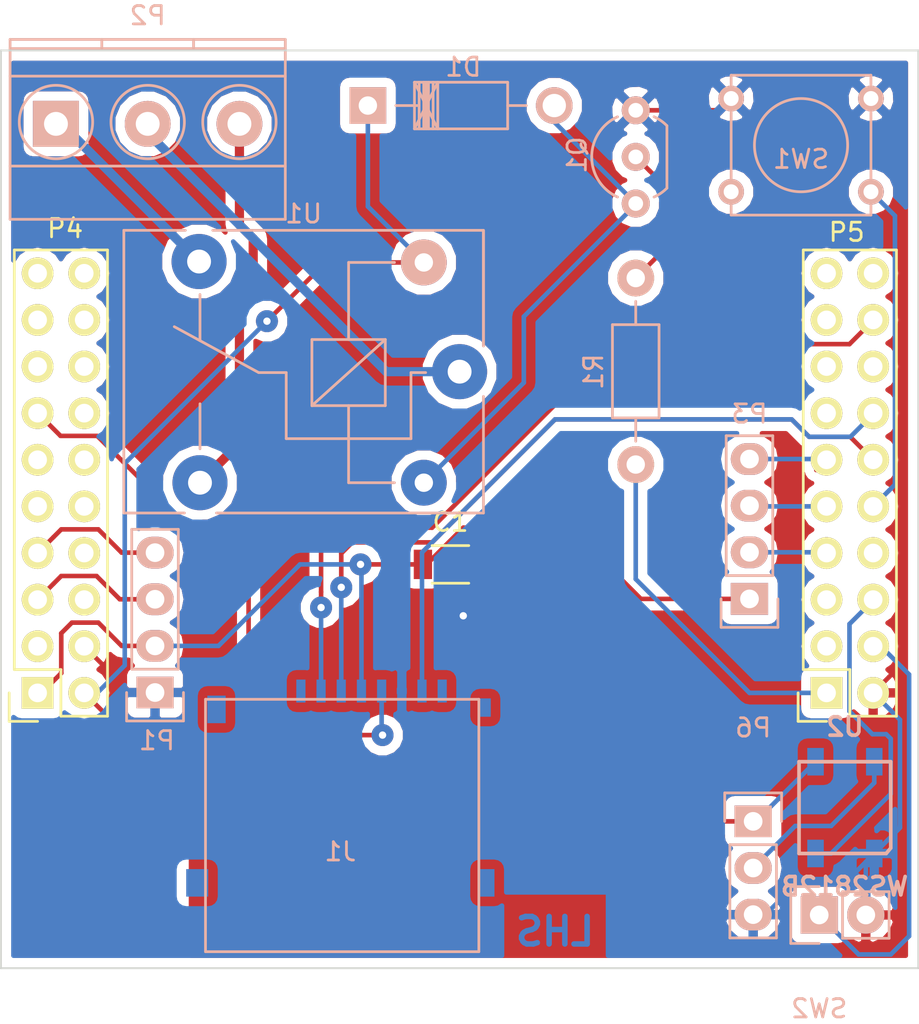
<source format=kicad_pcb>
(kicad_pcb (version 4) (host pcbnew 4.0.2-stable)

  (general
    (links 39)
    (no_connects 1)
    (area 11.949999 11.949999 62.050001 62.050001)
    (thickness 1.6)
    (drawings 6)
    (tracks 176)
    (zones 0)
    (modules 15)
    (nets 48)
  )

  (page A4)
  (layers
    (0 F.Cu signal)
    (31 B.Cu signal)
    (32 B.Adhes user)
    (33 F.Adhes user)
    (34 B.Paste user)
    (35 F.Paste user)
    (36 B.SilkS user)
    (37 F.SilkS user)
    (38 B.Mask user)
    (39 F.Mask user)
    (40 Dwgs.User user)
    (41 Cmts.User user)
    (42 Eco1.User user)
    (43 Eco2.User user)
    (44 Edge.Cuts user)
    (45 Margin user)
    (46 B.CrtYd user)
    (47 F.CrtYd user)
    (48 B.Fab user)
    (49 F.Fab user)
  )

  (setup
    (last_trace_width 0.25)
    (trace_clearance 0.2)
    (zone_clearance 0.508)
    (zone_45_only no)
    (trace_min 0.2)
    (segment_width 0.2)
    (edge_width 0.1)
    (via_size 1.2)
    (via_drill 0.4)
    (via_min_size 0.4)
    (via_min_drill 0.3)
    (uvia_size 0.3)
    (uvia_drill 0.1)
    (uvias_allowed no)
    (uvia_min_size 0.2)
    (uvia_min_drill 0.1)
    (pcb_text_width 0.3)
    (pcb_text_size 1.5 1.5)
    (mod_edge_width 0.15)
    (mod_text_size 1 1)
    (mod_text_width 0.15)
    (pad_size 1.5 1.5)
    (pad_drill 0.6)
    (pad_to_mask_clearance 0)
    (aux_axis_origin 0 0)
    (visible_elements FFFFFF7F)
    (pcbplotparams
      (layerselection 0x010f0_80000001)
      (usegerberextensions false)
      (excludeedgelayer true)
      (linewidth 1.000000)
      (plotframeref false)
      (viasonmask false)
      (mode 1)
      (useauxorigin false)
      (hpglpennumber 1)
      (hpglpenspeed 20)
      (hpglpendiameter 15)
      (hpglpenoverlay 2)
      (psnegative false)
      (psa4output false)
      (plotreference true)
      (plotvalue true)
      (plotinvisibletext false)
      (padsonsilk false)
      (subtractmaskfromsilk false)
      (outputformat 1)
      (mirror false)
      (drillshape 0)
      (scaleselection 1)
      (outputdirectory gerbers))
  )

  (net 0 "")
  (net 1 +3.3v)
  (net 2 GND)
  (net 3 "Net-(D1-Pad2)")
  (net 4 +5V)
  (net 5 "Net-(J1-Pad8)")
  (net 6 PQ2)
  (net 7 PQ0)
  (net 8 PQ3)
  (net 9 PQ1)
  (net 10 "Net-(J1-Pad1)")
  (net 11 PP0)
  (net 12 PP1)
  (net 13 "Net-(P2-Pad1)")
  (net 14 "Net-(P2-Pad2)")
  (net 15 "Net-(P2-Pad3)")
  (net 16 PM0)
  (net 17 PM1)
  (net 18 PM2)
  (net 19 PD2)
  (net 20 PB4)
  (net 21 PB5)
  (net 22 JP4?)
  (net 23 PK0)
  (net 24 JP5?)
  (net 25 PK1)
  (net 26 PK2)
  (net 27 PP4)
  (net 28 PK3)
  (net 29 PN5)
  (net 30 PA4)
  (net 31 PN4)
  (net 32 PA5)
  (net 33 PG1)
  (net 34 PK4)
  (net 35 PM7)
  (net 36 PK5)
  (net 37 PP5)
  (net 38 PA7)
  (net 39 /RESET)
  (net 40 PH0)
  (net 41 PH1)
  (net 42 PP3)
  (net 43 PK6)
  (net 44 PK7)
  (net 45 PM6)
  (net 46 "Net-(P6-Pad2)")
  (net 47 "Net-(Q1-Pad2)")

  (net_class Default "This is the default net class."
    (clearance 0.2)
    (trace_width 0.25)
    (via_dia 1.2)
    (via_drill 0.4)
    (uvia_dia 0.3)
    (uvia_drill 0.1)
    (add_net +3.3v)
    (add_net +5V)
    (add_net /RESET)
    (add_net GND)
    (add_net JP4?)
    (add_net JP5?)
    (add_net "Net-(D1-Pad2)")
    (add_net "Net-(J1-Pad1)")
    (add_net "Net-(J1-Pad8)")
    (add_net "Net-(P6-Pad2)")
    (add_net "Net-(Q1-Pad2)")
    (add_net PA4)
    (add_net PA5)
    (add_net PA7)
    (add_net PB4)
    (add_net PB5)
    (add_net PD2)
    (add_net PG1)
    (add_net PH0)
    (add_net PH1)
    (add_net PK0)
    (add_net PK1)
    (add_net PK2)
    (add_net PK3)
    (add_net PK4)
    (add_net PK5)
    (add_net PK6)
    (add_net PK7)
    (add_net PM0)
    (add_net PM1)
    (add_net PM2)
    (add_net PM6)
    (add_net PM7)
    (add_net PN4)
    (add_net PN5)
    (add_net PP0)
    (add_net PP1)
    (add_net PP3)
    (add_net PP4)
    (add_net PP5)
    (add_net PQ0)
    (add_net PQ1)
    (add_net PQ2)
    (add_net PQ3)
  )

  (net_class Relay ""
    (clearance 0.2)
    (trace_width 0.5)
    (via_dia 1.2)
    (via_drill 1)
    (uvia_dia 0.3)
    (uvia_drill 0.1)
    (add_net "Net-(P2-Pad1)")
    (add_net "Net-(P2-Pad2)")
    (add_net "Net-(P2-Pad3)")
  )

  (module Relays_ThroughHole:Relay_SANYOU_SRD_Series_Form_C (layer B.Cu) (tedit 5418D3EA) (tstamp 575C790E)
    (at 37 29.5 180)
    (descr "relay, Sanyou SRD series Form C")
    (path /572DD4F6)
    (fp_text reference U1 (at 8.5 8.6 180) (layer B.SilkS)
      (effects (font (size 1 1) (thickness 0.15)) (justify mirror))
    )
    (fp_text value SRD-05VDC-SL-C (at 8 -8.5 180) (layer B.Fab)
      (effects (font (size 1 1) (thickness 0.15)) (justify mirror))
    )
    (fp_line (start 15 -7.7) (end 18.3 -7.7) (layer B.SilkS) (width 0.15))
    (fp_line (start 18.3 -7.7) (end 18.3 7.7) (layer B.SilkS) (width 0.15))
    (fp_line (start 18.3 7.7) (end 14.95 7.7) (layer B.SilkS) (width 0.15))
    (fp_line (start -1.3 -1.35) (end -1.3 -7.7) (layer B.SilkS) (width 0.15))
    (fp_line (start -1.3 -7.7) (end 13.25 -7.7) (layer B.SilkS) (width 0.15))
    (fp_line (start -1.3 1.4) (end -1.3 7.7) (layer B.SilkS) (width 0.15))
    (fp_line (start -1.3 7.7) (end 13.45 7.7) (layer B.SilkS) (width 0.15))
    (fp_line (start -1.3 7.65) (end -1.3 1.4) (layer B.SilkS) (width 0.15))
    (fp_line (start 14.15 -4.2) (end 14.15 -1.75) (layer B.SilkS) (width 0.15))
    (fp_line (start 14.15 4.2) (end 14.15 1.7) (layer B.SilkS) (width 0.15))
    (fp_line (start 3.55 -6.05) (end 6.05 -6.05) (layer B.SilkS) (width 0.15))
    (fp_line (start 2.65 -0.05) (end 1.85 -0.05) (layer B.SilkS) (width 0.15))
    (fp_line (start 6.05 5.95) (end 3.55 5.95) (layer B.SilkS) (width 0.15))
    (fp_line (start 9.45 -0.05) (end 10.95 -0.05) (layer B.SilkS) (width 0.15))
    (fp_line (start 10.95 -0.05) (end 15.55 2.45) (layer B.SilkS) (width 0.15))
    (fp_line (start 9.45 -3.65) (end 2.65 -3.65) (layer B.SilkS) (width 0.15))
    (fp_line (start 9.45 -0.05) (end 9.45 -3.65) (layer B.SilkS) (width 0.15))
    (fp_line (start 2.65 -0.05) (end 2.65 -3.65) (layer B.SilkS) (width 0.15))
    (fp_line (start 6.05 5.95) (end 6.05 1.75) (layer B.SilkS) (width 0.15))
    (fp_line (start 6.05 -1.85) (end 6.05 -6.05) (layer B.SilkS) (width 0.15))
    (fp_line (start 8.05 -1.85) (end 4.05 1.75) (layer B.SilkS) (width 0.15))
    (fp_line (start 4.05 -1.85) (end 4.05 1.75) (layer B.SilkS) (width 0.15))
    (fp_line (start 4.05 1.75) (end 8.05 1.75) (layer B.SilkS) (width 0.15))
    (fp_line (start 8.05 1.75) (end 8.05 -1.85) (layer B.SilkS) (width 0.15))
    (fp_line (start 8.05 -1.85) (end 4.05 -1.85) (layer B.SilkS) (width 0.15))
    (pad 2 thru_hole circle (at 1.95 -6.05 90) (size 2.5 2.5) (drill 1) (layers *.Cu *.Mask)
      (net 3 "Net-(D1-Pad2)"))
    (pad 3 thru_hole circle (at 14.15 -6.05 90) (size 3 3) (drill 1.3) (layers *.Cu *.Mask)
      (net 15 "Net-(P2-Pad3)"))
    (pad 4 thru_hole circle (at 14.2 6 90) (size 3 3) (drill 1.3) (layers *.Cu *.Mask)
      (net 13 "Net-(P2-Pad1)"))
    (pad 5 thru_hole circle (at 1.95 5.95 90) (size 2.5 2.5) (drill 1) (layers *.Cu *.Mask B.SilkS)
      (net 4 +5V))
    (pad 1 thru_hole circle (at 0 0 90) (size 3 3) (drill 1.3) (layers *.Cu *.Mask)
      (net 14 "Net-(P2-Pad2)"))
    (model Relays_ThroughHole.3dshapes/Relay_SANYOU_SRD_Series_Form_C.wrl
      (at (xyz 0 0 0))
      (scale (xyz 1 1 1))
      (rotate (xyz 0 0 0))
    )
  )

  (module Capacitors_SMD:C_1206 (layer F.Cu) (tedit 5415D7BD) (tstamp 575C7886)
    (at 36.5 40)
    (descr "Capacitor SMD 1206, reflow soldering, AVX (see smccp.pdf)")
    (tags "capacitor 1206")
    (path /5736F818)
    (attr smd)
    (fp_text reference C1 (at 0 -2.3) (layer F.SilkS)
      (effects (font (size 1 1) (thickness 0.15)))
    )
    (fp_text value C_Small (at 0 2.3) (layer F.Fab)
      (effects (font (size 1 1) (thickness 0.15)))
    )
    (fp_line (start -2.3 -1.15) (end 2.3 -1.15) (layer F.CrtYd) (width 0.05))
    (fp_line (start -2.3 1.15) (end 2.3 1.15) (layer F.CrtYd) (width 0.05))
    (fp_line (start -2.3 -1.15) (end -2.3 1.15) (layer F.CrtYd) (width 0.05))
    (fp_line (start 2.3 -1.15) (end 2.3 1.15) (layer F.CrtYd) (width 0.05))
    (fp_line (start 1 -1.025) (end -1 -1.025) (layer F.SilkS) (width 0.15))
    (fp_line (start -1 1.025) (end 1 1.025) (layer F.SilkS) (width 0.15))
    (pad 1 smd rect (at -1.5 0) (size 1 1.6) (layers F.Cu F.Paste F.Mask)
      (net 1 +3.3v))
    (pad 2 smd rect (at 1.5 0) (size 1 1.6) (layers F.Cu F.Paste F.Mask)
      (net 2 GND))
    (model Capacitors_SMD.3dshapes/C_1206.wrl
      (at (xyz 0 0 0))
      (scale (xyz 1 1 1))
      (rotate (xyz 0 0 0))
    )
  )

  (module Diodes_ThroughHole:Diode_DO-41_SOD81_Horizontal_RM10 (layer B.Cu) (tedit 552FFCCE) (tstamp 575C788C)
    (at 32 15)
    (descr "Diode, DO-41, SOD81, Horizontal, RM 10mm,")
    (tags "Diode, DO-41, SOD81, Horizontal, RM 10mm, 1N4007, SB140,")
    (path /572DD85B)
    (fp_text reference D1 (at 5.2 -2.09746) (layer B.SilkS)
      (effects (font (size 1 1) (thickness 0.15)) (justify mirror))
    )
    (fp_text value 1N4007 (at 5.2 2.30254) (layer B.Fab)
      (effects (font (size 1 1) (thickness 0.15)) (justify mirror))
    )
    (fp_line (start 7.62 0.00254) (end 8.636 0.00254) (layer B.SilkS) (width 0.15))
    (fp_line (start 2.794 0.00254) (end 1.524 0.00254) (layer B.SilkS) (width 0.15))
    (fp_line (start 3.048 1.27254) (end 3.048 -1.26746) (layer B.SilkS) (width 0.15))
    (fp_line (start 3.302 1.27254) (end 3.302 -1.26746) (layer B.SilkS) (width 0.15))
    (fp_line (start 3.556 1.27254) (end 3.556 -1.26746) (layer B.SilkS) (width 0.15))
    (fp_line (start 2.794 1.27254) (end 2.794 -1.26746) (layer B.SilkS) (width 0.15))
    (fp_line (start 3.81 1.27254) (end 2.54 -1.26746) (layer B.SilkS) (width 0.15))
    (fp_line (start 2.54 1.27254) (end 3.81 -1.26746) (layer B.SilkS) (width 0.15))
    (fp_line (start 3.81 1.27254) (end 3.81 -1.26746) (layer B.SilkS) (width 0.15))
    (fp_line (start 3.175 1.27254) (end 3.175 -1.26746) (layer B.SilkS) (width 0.15))
    (fp_line (start 2.54 -1.26746) (end 2.54 1.27254) (layer B.SilkS) (width 0.15))
    (fp_line (start 2.54 1.27254) (end 7.62 1.27254) (layer B.SilkS) (width 0.15))
    (fp_line (start 7.62 1.27254) (end 7.62 -1.26746) (layer B.SilkS) (width 0.15))
    (fp_line (start 7.62 -1.26746) (end 2.54 -1.26746) (layer B.SilkS) (width 0.15))
    (pad 2 thru_hole circle (at 10.16 0.00254 180) (size 1.99898 1.99898) (drill 1.27) (layers *.Cu *.Mask B.SilkS)
      (net 3 "Net-(D1-Pad2)"))
    (pad 1 thru_hole rect (at 0 0.00254 180) (size 1.99898 1.99898) (drill 1.00076) (layers *.Cu *.Mask B.SilkS)
      (net 4 +5V))
  )

  (module Pin_Headers:Pin_Header_Straight_1x04 (layer B.Cu) (tedit 0) (tstamp 575C78A4)
    (at 20.4 46.98)
    (descr "Through hole pin header")
    (tags "pin header")
    (path /572DBA37)
    (fp_text reference P1 (at 0.1 2.62) (layer B.SilkS)
      (effects (font (size 1 1) (thickness 0.15)) (justify mirror))
    )
    (fp_text value CONN_NFC (at 2.6 -5.68 90) (layer B.Fab)
      (effects (font (size 1 1) (thickness 0.15)) (justify mirror))
    )
    (fp_line (start -1.75 1.75) (end -1.75 -9.4) (layer B.CrtYd) (width 0.05))
    (fp_line (start 1.75 1.75) (end 1.75 -9.4) (layer B.CrtYd) (width 0.05))
    (fp_line (start -1.75 1.75) (end 1.75 1.75) (layer B.CrtYd) (width 0.05))
    (fp_line (start -1.75 -9.4) (end 1.75 -9.4) (layer B.CrtYd) (width 0.05))
    (fp_line (start -1.27 -1.27) (end -1.27 -8.89) (layer B.SilkS) (width 0.15))
    (fp_line (start 1.27 -1.27) (end 1.27 -8.89) (layer B.SilkS) (width 0.15))
    (fp_line (start 1.55 1.55) (end 1.55 0) (layer B.SilkS) (width 0.15))
    (fp_line (start -1.27 -8.89) (end 1.27 -8.89) (layer B.SilkS) (width 0.15))
    (fp_line (start 1.27 -1.27) (end -1.27 -1.27) (layer B.SilkS) (width 0.15))
    (fp_line (start -1.55 0) (end -1.55 1.55) (layer B.SilkS) (width 0.15))
    (fp_line (start -1.55 1.55) (end 1.55 1.55) (layer B.SilkS) (width 0.15))
    (pad 1 thru_hole rect (at 0 0) (size 2.032 1.7272) (drill 1.016) (layers *.Cu *.Mask B.SilkS)
      (net 2 GND))
    (pad 2 thru_hole oval (at 0 -2.54) (size 2.032 1.7272) (drill 1.016) (layers *.Cu *.Mask B.SilkS)
      (net 1 +3.3v))
    (pad 3 thru_hole oval (at 0 -5.08) (size 2.032 1.7272) (drill 1.016) (layers *.Cu *.Mask B.SilkS)
      (net 11 PP0))
    (pad 4 thru_hole oval (at 0 -7.62) (size 2.032 1.7272) (drill 1.016) (layers *.Cu *.Mask B.SilkS)
      (net 12 PP1))
    (model Pin_Headers.3dshapes/Pin_Header_Straight_1x04.wrl
      (at (xyz 0 -0.15 0))
      (scale (xyz 1 1 1))
      (rotate (xyz 0 0 90))
    )
  )

  (module Pin_Headers:Pin_Header_Straight_1x04 (layer B.Cu) (tedit 0) (tstamp 575C78B3)
    (at 52.8 41.88)
    (descr "Through hole pin header")
    (tags "pin header")
    (path /572DBB8D)
    (fp_text reference P3 (at 0 -10.08) (layer B.SilkS)
      (effects (font (size 1 1) (thickness 0.15)) (justify mirror))
    )
    (fp_text value CONN_RGB_LED (at -2.7 -3.98 90) (layer B.Fab)
      (effects (font (size 1 1) (thickness 0.15)) (justify mirror))
    )
    (fp_line (start -1.75 1.75) (end -1.75 -9.4) (layer B.CrtYd) (width 0.05))
    (fp_line (start 1.75 1.75) (end 1.75 -9.4) (layer B.CrtYd) (width 0.05))
    (fp_line (start -1.75 1.75) (end 1.75 1.75) (layer B.CrtYd) (width 0.05))
    (fp_line (start -1.75 -9.4) (end 1.75 -9.4) (layer B.CrtYd) (width 0.05))
    (fp_line (start -1.27 -1.27) (end -1.27 -8.89) (layer B.SilkS) (width 0.15))
    (fp_line (start 1.27 -1.27) (end 1.27 -8.89) (layer B.SilkS) (width 0.15))
    (fp_line (start 1.55 1.55) (end 1.55 0) (layer B.SilkS) (width 0.15))
    (fp_line (start -1.27 -8.89) (end 1.27 -8.89) (layer B.SilkS) (width 0.15))
    (fp_line (start 1.27 -1.27) (end -1.27 -1.27) (layer B.SilkS) (width 0.15))
    (fp_line (start -1.55 0) (end -1.55 1.55) (layer B.SilkS) (width 0.15))
    (fp_line (start -1.55 1.55) (end 1.55 1.55) (layer B.SilkS) (width 0.15))
    (pad 1 thru_hole rect (at 0 0) (size 2.032 1.7272) (drill 1.016) (layers *.Cu *.Mask B.SilkS)
      (net 1 +3.3v))
    (pad 2 thru_hole oval (at 0 -2.54) (size 2.032 1.7272) (drill 1.016) (layers *.Cu *.Mask B.SilkS)
      (net 16 PM0))
    (pad 3 thru_hole oval (at 0 -5.08) (size 2.032 1.7272) (drill 1.016) (layers *.Cu *.Mask B.SilkS)
      (net 17 PM1))
    (pad 4 thru_hole oval (at 0 -7.62) (size 2.032 1.7272) (drill 1.016) (layers *.Cu *.Mask B.SilkS)
      (net 18 PM2))
    (model Pin_Headers.3dshapes/Pin_Header_Straight_1x04.wrl
      (at (xyz 0 -0.15 0))
      (scale (xyz 1 1 1))
      (rotate (xyz 0 0 90))
    )
  )

  (module Socket_Strips:Socket_Strip_Straight_2x10 locked (layer F.Cu) (tedit 0) (tstamp 575C78CB)
    (at 14 47 90)
    (descr "Through hole socket strip")
    (tags "socket strip")
    (path /572DB46B)
    (fp_text reference P4 (at 25.3 1.5 180) (layer F.SilkS)
      (effects (font (size 1 1) (thickness 0.15)))
    )
    (fp_text value CONN_X6 (at 21.4 5.2 90) (layer F.Fab)
      (effects (font (size 1 1) (thickness 0.15)))
    )
    (fp_line (start -1.75 -1.75) (end -1.75 4.3) (layer F.CrtYd) (width 0.05))
    (fp_line (start 24.65 -1.75) (end 24.65 4.3) (layer F.CrtYd) (width 0.05))
    (fp_line (start -1.75 -1.75) (end 24.65 -1.75) (layer F.CrtYd) (width 0.05))
    (fp_line (start -1.75 4.3) (end 24.65 4.3) (layer F.CrtYd) (width 0.05))
    (fp_line (start 24.13 3.81) (end -1.27 3.81) (layer F.SilkS) (width 0.15))
    (fp_line (start 1.27 -1.27) (end 24.13 -1.27) (layer F.SilkS) (width 0.15))
    (fp_line (start 24.13 3.81) (end 24.13 -1.27) (layer F.SilkS) (width 0.15))
    (fp_line (start -1.27 3.81) (end -1.27 1.27) (layer F.SilkS) (width 0.15))
    (fp_line (start 0 -1.55) (end -1.55 -1.55) (layer F.SilkS) (width 0.15))
    (fp_line (start -1.27 1.27) (end 1.27 1.27) (layer F.SilkS) (width 0.15))
    (fp_line (start 1.27 1.27) (end 1.27 -1.27) (layer F.SilkS) (width 0.15))
    (fp_line (start -1.55 -1.55) (end -1.55 0) (layer F.SilkS) (width 0.15))
    (pad 1 thru_hole rect (at 0 0 90) (size 1.7272 1.7272) (drill 1.016) (layers *.Cu *.Mask F.SilkS)
      (net 1 +3.3v))
    (pad 2 thru_hole oval (at 0 2.54 90) (size 1.7272 1.7272) (drill 1.016) (layers *.Cu *.Mask F.SilkS)
      (net 4 +5V))
    (pad 3 thru_hole oval (at 2.54 0 90) (size 1.7272 1.7272) (drill 1.016) (layers *.Cu *.Mask F.SilkS)
      (net 19 PD2))
    (pad 4 thru_hole oval (at 2.54 2.54 90) (size 1.7272 1.7272) (drill 1.016) (layers *.Cu *.Mask F.SilkS)
      (net 2 GND))
    (pad 5 thru_hole oval (at 5.08 0 90) (size 1.7272 1.7272) (drill 1.016) (layers *.Cu *.Mask F.SilkS)
      (net 11 PP0))
    (pad 6 thru_hole oval (at 5.08 2.54 90) (size 1.7272 1.7272) (drill 1.016) (layers *.Cu *.Mask F.SilkS)
      (net 20 PB4))
    (pad 7 thru_hole oval (at 7.62 0 90) (size 1.7272 1.7272) (drill 1.016) (layers *.Cu *.Mask F.SilkS)
      (net 12 PP1))
    (pad 8 thru_hole oval (at 7.62 2.54 90) (size 1.7272 1.7272) (drill 1.016) (layers *.Cu *.Mask F.SilkS)
      (net 21 PB5))
    (pad 9 thru_hole oval (at 10.16 0 90) (size 1.7272 1.7272) (drill 1.016) (layers *.Cu *.Mask F.SilkS)
      (net 22 JP4?))
    (pad 10 thru_hole oval (at 10.16 2.54 90) (size 1.7272 1.7272) (drill 1.016) (layers *.Cu *.Mask F.SilkS)
      (net 23 PK0))
    (pad 11 thru_hole oval (at 12.7 0 90) (size 1.7272 1.7272) (drill 1.016) (layers *.Cu *.Mask F.SilkS)
      (net 24 JP5?))
    (pad 12 thru_hole oval (at 12.7 2.54 90) (size 1.7272 1.7272) (drill 1.016) (layers *.Cu *.Mask F.SilkS)
      (net 25 PK1))
    (pad 13 thru_hole oval (at 15.24 0 90) (size 1.7272 1.7272) (drill 1.016) (layers *.Cu *.Mask F.SilkS)
      (net 7 PQ0))
    (pad 14 thru_hole oval (at 15.24 2.54 90) (size 1.7272 1.7272) (drill 1.016) (layers *.Cu *.Mask F.SilkS)
      (net 26 PK2))
    (pad 15 thru_hole oval (at 17.78 0 90) (size 1.7272 1.7272) (drill 1.016) (layers *.Cu *.Mask F.SilkS)
      (net 27 PP4))
    (pad 16 thru_hole oval (at 17.78 2.54 90) (size 1.7272 1.7272) (drill 1.016) (layers *.Cu *.Mask F.SilkS)
      (net 28 PK3))
    (pad 17 thru_hole oval (at 20.32 0 90) (size 1.7272 1.7272) (drill 1.016) (layers *.Cu *.Mask F.SilkS)
      (net 29 PN5))
    (pad 18 thru_hole oval (at 20.32 2.54 90) (size 1.7272 1.7272) (drill 1.016) (layers *.Cu *.Mask F.SilkS)
      (net 30 PA4))
    (pad 19 thru_hole oval (at 22.86 0 90) (size 1.7272 1.7272) (drill 1.016) (layers *.Cu *.Mask F.SilkS)
      (net 31 PN4))
    (pad 20 thru_hole oval (at 22.86 2.54 90) (size 1.7272 1.7272) (drill 1.016) (layers *.Cu *.Mask F.SilkS)
      (net 32 PA5))
    (model Socket_Strips.3dshapes/Socket_Strip_Straight_2x10.wrl
      (at (xyz 0.45 -0.05 0))
      (scale (xyz 1 1 1))
      (rotate (xyz 0 0 180))
    )
  )

  (module Socket_Strips:Socket_Strip_Straight_2x10 locked (layer F.Cu) (tedit 0) (tstamp 575C78E3)
    (at 57 47 90)
    (descr "Through hole socket strip")
    (tags "socket strip")
    (path /572DB41F)
    (fp_text reference P5 (at 25.1 1.1 180) (layer F.SilkS)
      (effects (font (size 1 1) (thickness 0.15)))
    )
    (fp_text value CONN_X7 (at 21 -2.2 90) (layer F.Fab)
      (effects (font (size 1 1) (thickness 0.15)))
    )
    (fp_line (start -1.75 -1.75) (end -1.75 4.3) (layer F.CrtYd) (width 0.05))
    (fp_line (start 24.65 -1.75) (end 24.65 4.3) (layer F.CrtYd) (width 0.05))
    (fp_line (start -1.75 -1.75) (end 24.65 -1.75) (layer F.CrtYd) (width 0.05))
    (fp_line (start -1.75 4.3) (end 24.65 4.3) (layer F.CrtYd) (width 0.05))
    (fp_line (start 24.13 3.81) (end -1.27 3.81) (layer F.SilkS) (width 0.15))
    (fp_line (start 1.27 -1.27) (end 24.13 -1.27) (layer F.SilkS) (width 0.15))
    (fp_line (start 24.13 3.81) (end 24.13 -1.27) (layer F.SilkS) (width 0.15))
    (fp_line (start -1.27 3.81) (end -1.27 1.27) (layer F.SilkS) (width 0.15))
    (fp_line (start 0 -1.55) (end -1.55 -1.55) (layer F.SilkS) (width 0.15))
    (fp_line (start -1.27 1.27) (end 1.27 1.27) (layer F.SilkS) (width 0.15))
    (fp_line (start 1.27 1.27) (end 1.27 -1.27) (layer F.SilkS) (width 0.15))
    (fp_line (start -1.55 -1.55) (end -1.55 0) (layer F.SilkS) (width 0.15))
    (pad 1 thru_hole rect (at 0 0 90) (size 1.7272 1.7272) (drill 1.016) (layers *.Cu *.Mask F.SilkS)
      (net 33 PG1))
    (pad 2 thru_hole oval (at 0 2.54 90) (size 1.7272 1.7272) (drill 1.016) (layers *.Cu *.Mask F.SilkS)
      (net 2 GND))
    (pad 3 thru_hole oval (at 2.54 0 90) (size 1.7272 1.7272) (drill 1.016) (layers *.Cu *.Mask F.SilkS)
      (net 34 PK4))
    (pad 4 thru_hole oval (at 2.54 2.54 90) (size 1.7272 1.7272) (drill 1.016) (layers *.Cu *.Mask F.SilkS)
      (net 35 PM7))
    (pad 5 thru_hole oval (at 5.08 0 90) (size 1.7272 1.7272) (drill 1.016) (layers *.Cu *.Mask F.SilkS)
      (net 36 PK5))
    (pad 6 thru_hole oval (at 5.08 2.54 90) (size 1.7272 1.7272) (drill 1.016) (layers *.Cu *.Mask F.SilkS)
      (net 37 PP5))
    (pad 7 thru_hole oval (at 7.62 0 90) (size 1.7272 1.7272) (drill 1.016) (layers *.Cu *.Mask F.SilkS)
      (net 16 PM0))
    (pad 8 thru_hole oval (at 7.62 2.54 90) (size 1.7272 1.7272) (drill 1.016) (layers *.Cu *.Mask F.SilkS)
      (net 38 PA7))
    (pad 9 thru_hole oval (at 10.16 0 90) (size 1.7272 1.7272) (drill 1.016) (layers *.Cu *.Mask F.SilkS)
      (net 17 PM1))
    (pad 10 thru_hole oval (at 10.16 2.54 90) (size 1.7272 1.7272) (drill 1.016) (layers *.Cu *.Mask F.SilkS)
      (net 39 /RESET))
    (pad 11 thru_hole oval (at 12.7 0 90) (size 1.7272 1.7272) (drill 1.016) (layers *.Cu *.Mask F.SilkS)
      (net 18 PM2))
    (pad 12 thru_hole oval (at 12.7 2.54 90) (size 1.7272 1.7272) (drill 1.016) (layers *.Cu *.Mask F.SilkS)
      (net 6 PQ2))
    (pad 13 thru_hole oval (at 15.24 0 90) (size 1.7272 1.7272) (drill 1.016) (layers *.Cu *.Mask F.SilkS)
      (net 40 PH0))
    (pad 14 thru_hole oval (at 15.24 2.54 90) (size 1.7272 1.7272) (drill 1.016) (layers *.Cu *.Mask F.SilkS)
      (net 8 PQ3))
    (pad 15 thru_hole oval (at 17.78 0 90) (size 1.7272 1.7272) (drill 1.016) (layers *.Cu *.Mask F.SilkS)
      (net 41 PH1))
    (pad 16 thru_hole oval (at 17.78 2.54 90) (size 1.7272 1.7272) (drill 1.016) (layers *.Cu *.Mask F.SilkS)
      (net 42 PP3))
    (pad 17 thru_hole oval (at 20.32 0 90) (size 1.7272 1.7272) (drill 1.016) (layers *.Cu *.Mask F.SilkS)
      (net 43 PK6))
    (pad 18 thru_hole oval (at 20.32 2.54 90) (size 1.7272 1.7272) (drill 1.016) (layers *.Cu *.Mask F.SilkS)
      (net 9 PQ1))
    (pad 19 thru_hole oval (at 22.86 0 90) (size 1.7272 1.7272) (drill 1.016) (layers *.Cu *.Mask F.SilkS)
      (net 44 PK7))
    (pad 20 thru_hole oval (at 22.86 2.54 90) (size 1.7272 1.7272) (drill 1.016) (layers *.Cu *.Mask F.SilkS)
      (net 45 PM6))
    (model Socket_Strips.3dshapes/Socket_Strip_Straight_2x10.wrl
      (at (xyz 0.45 -0.05 0))
      (scale (xyz 1 1 1))
      (rotate (xyz 0 0 180))
    )
  )

  (module Pin_Headers:Pin_Header_Straight_1x03 (layer B.Cu) (tedit 0) (tstamp 575C78EA)
    (at 53 54 180)
    (descr "Through hole pin header")
    (tags "pin header")
    (path /572DBF3A)
    (fp_text reference P6 (at 0 5.1 180) (layer B.SilkS)
      (effects (font (size 1 1) (thickness 0.15)) (justify mirror))
    )
    (fp_text value CONN_WS2812 (at 0 3.1 180) (layer B.Fab)
      (effects (font (size 1 1) (thickness 0.15)) (justify mirror))
    )
    (fp_line (start -1.75 1.75) (end -1.75 -6.85) (layer B.CrtYd) (width 0.05))
    (fp_line (start 1.75 1.75) (end 1.75 -6.85) (layer B.CrtYd) (width 0.05))
    (fp_line (start -1.75 1.75) (end 1.75 1.75) (layer B.CrtYd) (width 0.05))
    (fp_line (start -1.75 -6.85) (end 1.75 -6.85) (layer B.CrtYd) (width 0.05))
    (fp_line (start -1.27 -1.27) (end -1.27 -6.35) (layer B.SilkS) (width 0.15))
    (fp_line (start -1.27 -6.35) (end 1.27 -6.35) (layer B.SilkS) (width 0.15))
    (fp_line (start 1.27 -6.35) (end 1.27 -1.27) (layer B.SilkS) (width 0.15))
    (fp_line (start 1.55 1.55) (end 1.55 0) (layer B.SilkS) (width 0.15))
    (fp_line (start 1.27 -1.27) (end -1.27 -1.27) (layer B.SilkS) (width 0.15))
    (fp_line (start -1.55 0) (end -1.55 1.55) (layer B.SilkS) (width 0.15))
    (fp_line (start -1.55 1.55) (end 1.55 1.55) (layer B.SilkS) (width 0.15))
    (pad 1 thru_hole rect (at 0 0 180) (size 2.032 1.7272) (drill 1.016) (layers *.Cu *.Mask B.SilkS)
      (net 4 +5V))
    (pad 2 thru_hole oval (at 0 -2.54 180) (size 2.032 1.7272) (drill 1.016) (layers *.Cu *.Mask B.SilkS)
      (net 46 "Net-(P6-Pad2)"))
    (pad 3 thru_hole oval (at 0 -5.08 180) (size 2.032 1.7272) (drill 1.016) (layers *.Cu *.Mask B.SilkS)
      (net 2 GND))
    (model Pin_Headers.3dshapes/Pin_Header_Straight_1x03.wrl
      (at (xyz 0 -0.1 0))
      (scale (xyz 1 1 1))
      (rotate (xyz 0 0 90))
    )
  )

  (module TO_SOT_Packages_THT:TO-92_Inline_Wide (layer B.Cu) (tedit 54F242B4) (tstamp 575C78F1)
    (at 46.6 15.26 270)
    (descr "TO-92 leads in-line, wide, drill 0.8mm (see NXP sot054_po.pdf)")
    (tags "to-92 sc-43 sc-43a sot54 PA33 transistor")
    (path /572E2FF6)
    (fp_text reference Q1 (at 2.44 3.2 450) (layer B.SilkS)
      (effects (font (size 1 1) (thickness 0.15)) (justify mirror))
    )
    (fp_text value PN2222A (at 2.44 -2.8 270) (layer B.Fab)
      (effects (font (size 1 1) (thickness 0.15)) (justify mirror))
    )
    (fp_arc (start 2.54 0) (end 0.84 -1.7) (angle -20.5) (layer B.SilkS) (width 0.15))
    (fp_arc (start 2.54 0) (end 4.24 -1.7) (angle 20.5) (layer B.SilkS) (width 0.15))
    (fp_line (start -1 -1.95) (end -1 2.65) (layer B.CrtYd) (width 0.05))
    (fp_line (start -1 -1.95) (end 6.1 -1.95) (layer B.CrtYd) (width 0.05))
    (fp_line (start 0.84 -1.7) (end 4.24 -1.7) (layer B.SilkS) (width 0.15))
    (fp_arc (start 2.54 0) (end 2.54 2.4) (angle 65.55604127) (layer B.SilkS) (width 0.15))
    (fp_arc (start 2.54 0) (end 2.54 2.4) (angle -65.55604127) (layer B.SilkS) (width 0.15))
    (fp_line (start -1 2.65) (end 6.1 2.65) (layer B.CrtYd) (width 0.05))
    (fp_line (start 6.1 -1.95) (end 6.1 2.65) (layer B.CrtYd) (width 0.05))
    (pad 2 thru_hole circle (at 2.54 0 180) (size 1.524 1.524) (drill 0.8) (layers *.Cu *.Mask B.SilkS)
      (net 47 "Net-(Q1-Pad2)"))
    (pad 3 thru_hole circle (at 5.08 0 180) (size 1.524 1.524) (drill 0.8) (layers *.Cu *.Mask B.SilkS)
      (net 3 "Net-(D1-Pad2)"))
    (pad 1 thru_hole circle (at 0 0 180) (size 1.524 1.524) (drill 0.8) (layers *.Cu *.Mask B.SilkS)
      (net 2 GND))
    (model TO_SOT_Packages_THT.3dshapes/TO-92_Inline_Wide.wrl
      (at (xyz 0.1 0 0))
      (scale (xyz 1 1 1))
      (rotate (xyz 0 0 -90))
    )
  )

  (module Resistors_ThroughHole:Resistor_Horizontal_RM10mm (layer B.Cu) (tedit 56648415) (tstamp 575C78F7)
    (at 46.6 24.4 270)
    (descr "Resistor, Axial,  RM 10mm, 1/3W")
    (tags "Resistor Axial RM 10mm 1/3W")
    (path /572DDBEA)
    (fp_text reference R1 (at 5.1 2.3 270) (layer B.SilkS)
      (effects (font (size 1 1) (thickness 0.15)) (justify mirror))
    )
    (fp_text value 1k (at 5.2 -2.4 270) (layer B.Fab)
      (effects (font (size 1 1) (thickness 0.15)) (justify mirror))
    )
    (fp_line (start -1.25 1.5) (end 11.4 1.5) (layer B.CrtYd) (width 0.05))
    (fp_line (start -1.25 -1.5) (end -1.25 1.5) (layer B.CrtYd) (width 0.05))
    (fp_line (start 11.4 1.5) (end 11.4 -1.5) (layer B.CrtYd) (width 0.05))
    (fp_line (start -1.25 -1.5) (end 11.4 -1.5) (layer B.CrtYd) (width 0.05))
    (fp_line (start 2.54 1.27) (end 7.62 1.27) (layer B.SilkS) (width 0.15))
    (fp_line (start 7.62 1.27) (end 7.62 -1.27) (layer B.SilkS) (width 0.15))
    (fp_line (start 7.62 -1.27) (end 2.54 -1.27) (layer B.SilkS) (width 0.15))
    (fp_line (start 2.54 -1.27) (end 2.54 1.27) (layer B.SilkS) (width 0.15))
    (fp_line (start 2.54 0) (end 1.27 0) (layer B.SilkS) (width 0.15))
    (fp_line (start 7.62 0) (end 8.89 0) (layer B.SilkS) (width 0.15))
    (pad 1 thru_hole circle (at 0 0 270) (size 1.99898 1.99898) (drill 1.00076) (layers *.Cu *.SilkS *.Mask)
      (net 47 "Net-(Q1-Pad2)"))
    (pad 2 thru_hole circle (at 10.16 0 270) (size 1.99898 1.99898) (drill 1.00076) (layers *.Cu *.SilkS *.Mask)
      (net 33 PG1))
    (model Resistors_ThroughHole.3dshapes/Resistor_Horizontal_RM10mm.wrl
      (at (xyz 0 0 0))
      (scale (xyz 0.4 0.4 0.4))
      (rotate (xyz 0 0 0))
    )
  )

  (module Buttons_Switches_ThroughHole:SW_PUSH_SMALL (layer B.Cu) (tedit 0) (tstamp 575C78FF)
    (at 55.61 17.16)
    (path /572DBD3B)
    (fp_text reference SW1 (at 0 0.762) (layer B.SilkS)
      (effects (font (size 1 1) (thickness 0.15)) (justify mirror))
    )
    (fp_text value SW_RST (at 0 -1.016) (layer B.Fab)
      (effects (font (size 1 1) (thickness 0.15)) (justify mirror))
    )
    (fp_circle (center 0 0) (end 0 2.54) (layer B.SilkS) (width 0.15))
    (fp_line (start -3.81 3.81) (end 3.81 3.81) (layer B.SilkS) (width 0.15))
    (fp_line (start 3.81 3.81) (end 3.81 -3.81) (layer B.SilkS) (width 0.15))
    (fp_line (start 3.81 -3.81) (end -3.81 -3.81) (layer B.SilkS) (width 0.15))
    (fp_line (start -3.81 3.81) (end -3.81 -3.81) (layer B.SilkS) (width 0.15))
    (pad 1 thru_hole circle (at 3.81 2.54) (size 1.397 1.397) (drill 0.8128) (layers *.Cu *.Mask B.SilkS)
      (net 39 /RESET))
    (pad 2 thru_hole circle (at 3.81 -2.54) (size 1.397 1.397) (drill 0.8128) (layers *.Cu *.Mask B.SilkS)
      (net 2 GND))
    (pad 1 thru_hole circle (at -3.81 2.54) (size 1.397 1.397) (drill 0.8128) (layers *.Cu *.Mask B.SilkS)
      (net 39 /RESET))
    (pad 2 thru_hole circle (at -3.81 -2.54) (size 1.397 1.397) (drill 0.8128) (layers *.Cu *.Mask B.SilkS)
      (net 2 GND))
  )

  (module Socket_Strips:Socket_Strip_Straight_1x02 (layer B.Cu) (tedit 54E9F75E) (tstamp 575C7905)
    (at 56.6 59.1)
    (descr "Through hole socket strip")
    (tags "socket strip")
    (path /572DC67E)
    (fp_text reference SW2 (at 0 5.1) (layer B.SilkS)
      (effects (font (size 1 1) (thickness 0.15)) (justify mirror))
    )
    (fp_text value SW_BTN (at 0 3.1) (layer B.Fab)
      (effects (font (size 1 1) (thickness 0.15)) (justify mirror))
    )
    (fp_line (start -1.55 -1.55) (end 0 -1.55) (layer B.SilkS) (width 0.15))
    (fp_line (start 3.81 -1.27) (end 1.27 -1.27) (layer B.SilkS) (width 0.15))
    (fp_line (start -1.75 1.75) (end -1.75 -1.75) (layer B.CrtYd) (width 0.05))
    (fp_line (start 4.3 1.75) (end 4.3 -1.75) (layer B.CrtYd) (width 0.05))
    (fp_line (start -1.75 1.75) (end 4.3 1.75) (layer B.CrtYd) (width 0.05))
    (fp_line (start -1.75 -1.75) (end 4.3 -1.75) (layer B.CrtYd) (width 0.05))
    (fp_line (start 1.27 -1.27) (end 1.27 1.27) (layer B.SilkS) (width 0.15))
    (fp_line (start 0 1.55) (end -1.55 1.55) (layer B.SilkS) (width 0.15))
    (fp_line (start -1.55 1.55) (end -1.55 -1.55) (layer B.SilkS) (width 0.15))
    (fp_line (start 1.27 1.27) (end 3.81 1.27) (layer B.SilkS) (width 0.15))
    (fp_line (start 3.81 1.27) (end 3.81 -1.27) (layer B.SilkS) (width 0.15))
    (pad 1 thru_hole rect (at 0 0) (size 2.032 2.032) (drill 1.016) (layers *.Cu *.Mask B.SilkS)
      (net 35 PM7))
    (pad 2 thru_hole oval (at 2.54 0) (size 2.032 2.032) (drill 1.016) (layers *.Cu *.Mask B.SilkS)
      (net 2 GND))
    (model Socket_Strips.3dshapes/Socket_Strip_Straight_1x02.wrl
      (at (xyz 0.05 0 0))
      (scale (xyz 1 1 1))
      (rotate (xyz 0 0 180))
    )
  )

  (module ws2812:WS2812b (layer B.Cu) (tedit 544EAA30) (tstamp 575C7916)
    (at 58 53.25 180)
    (path /572DBE86)
    (fp_text reference U2 (at 0 4.4 180) (layer B.SilkS)
      (effects (font (size 1 1) (thickness 0.2)) (justify mirror))
    )
    (fp_text value WS2812B (at 0.025 -4.3 180) (layer B.SilkS)
      (effects (font (size 1 1) (thickness 0.2)) (justify mirror))
    )
    (fp_line (start -2.5 -2.2) (end -2.5 2.5) (layer B.SilkS) (width 0.2))
    (fp_line (start -2.25 -2.5) (end 2.5 -2.5) (layer B.SilkS) (width 0.2))
    (fp_line (start -2.5 -2.2) (end -2.25 -2.5) (layer B.SilkS) (width 0.2))
    (fp_line (start 2.5 2.5) (end 2.5 -2.5) (layer B.SilkS) (width 0.2))
    (fp_line (start -2.49936 2.49936) (end 2.49936 2.49936) (layer B.SilkS) (width 0.2))
    (pad 1 smd rect (at 1.6002 2.49936 180) (size 0.89916 1.50114) (layers B.Cu B.Paste B.Mask)
      (net 4 +5V))
    (pad 2 smd rect (at -1.6002 2.49936 180) (size 0.89916 1.50114) (layers B.Cu B.Paste B.Mask)
      (net 46 "Net-(P6-Pad2)"))
    (pad 3 smd rect (at -1.6002 -2.49936 180) (size 0.89916 1.50114) (layers B.Cu B.Paste B.Mask)
      (net 2 GND))
    (pad 4 smd rect (at 1.6002 -2.49936 180) (size 0.89916 1.50114) (layers B.Cu B.Paste B.Mask)
      (net 37 PP5))
  )

  (module SD_Slots:MicroSD_Slot (layer B.Cu) (tedit 57ED6B9D) (tstamp 57ED6833)
    (at 27 54 180)
    (path /572E391C)
    (fp_text reference J1 (at -3.5 -1.65 180) (layer B.SilkS)
      (effects (font (size 1 1) (thickness 0.15)) (justify mirror))
    )
    (fp_text value MICRO_SD_HINGE (at -3.5 1.4 180) (layer B.Fab)
      (effects (font (size 1 1) (thickness 0.15)) (justify mirror))
    )
    (fp_line (start 3.85 -7.1) (end 3.85 6.65) (layer B.SilkS) (width 0.15))
    (fp_line (start -11.05 -7.1) (end 3.85 -7.1) (layer B.SilkS) (width 0.15))
    (fp_line (start -11.05 6.65) (end -11.05 -7.1) (layer B.SilkS) (width 0.15))
    (fp_line (start 3.85 6.65) (end -11.05 6.65) (layer B.SilkS) (width 0.15))
    (pad 1 smd rect (at -1.35 7.1) (size 0.5 1.25) (layers B.Cu B.Paste B.Mask)
      (net 10 "Net-(J1-Pad1)"))
    (pad 2 smd rect (at -2.45 7.1) (size 0.5 1.25) (layers B.Cu B.Paste B.Mask)
      (net 9 PQ1))
    (pad 3 smd rect (at -3.55 7.1) (size 0.5 1.25) (layers B.Cu B.Paste B.Mask)
      (net 6 PQ2))
    (pad 4 smd rect (at -4.65 7.1) (size 0.5 1.25) (layers B.Cu B.Paste B.Mask)
      (net 1 +3.3v))
    (pad 5 smd rect (at -5.75 7.1) (size 0.5 1.25) (layers B.Cu B.Paste B.Mask)
      (net 7 PQ0))
    (pad 6 smd rect (at -6.85 7.1) (size 0.5 1.25) (layers B.Cu B.Paste B.Mask)
      (net 2 GND))
    (pad 7 smd rect (at -7.95 7.1) (size 0.5 1.25) (layers B.Cu B.Paste B.Mask)
      (net 8 PQ3))
    (pad 8 smd rect (at -9.05 7.1) (size 0.5 1.25) (layers B.Cu B.Paste B.Mask)
      (net 5 "Net-(J1-Pad8)"))
    (pad "" smd rect (at 3.25 6.1) (size 1 1.5) (layers B.Cu B.Paste B.Mask))
    (pad "" smd rect (at -11.5 -3.35) (size 0.8 1.5) (layers B.Cu B.Paste B.Mask))
    (pad "" smd rect (at 4.3 -3.35) (size 1.2 1.5) (layers B.Cu B.Paste B.Mask))
    (pad "" smd rect (at -11.4 6.2) (size 0.6 1) (layers B.Cu B.Paste B.Mask))
  )

  (module Terminal_Blocks:TerminalBlock_Pheonix_MKDS1.5-3pol (layer B.Cu) (tedit 5630081E) (tstamp 57EE7042)
    (at 15 16)
    (descr "3-way 5mm pitch terminal block, Phoenix MKDS series")
    (path /572DDE2B)
    (fp_text reference P2 (at 5 -5.9) (layer B.SilkS)
      (effects (font (size 1 1) (thickness 0.15)) (justify mirror))
    )
    (fp_text value CONN_RELAY (at 5 6.6) (layer B.Fab)
      (effects (font (size 1 1) (thickness 0.15)) (justify mirror))
    )
    (fp_line (start -2.7 -4.8) (end -2.7 5.4) (layer B.CrtYd) (width 0.05))
    (fp_line (start 12.7 -4.8) (end -2.7 -4.8) (layer B.CrtYd) (width 0.05))
    (fp_line (start 12.7 5.4) (end 12.7 -4.8) (layer B.CrtYd) (width 0.05))
    (fp_line (start -2.7 5.4) (end 12.7 5.4) (layer B.CrtYd) (width 0.05))
    (fp_circle (center 10 -0.1) (end 8 -0.1) (layer B.SilkS) (width 0.15))
    (fp_line (start 7.5 -4.1) (end 7.5 -4.6) (layer B.SilkS) (width 0.15))
    (fp_line (start 2.5 -4.1) (end 2.5 -4.6) (layer B.SilkS) (width 0.15))
    (fp_circle (center 5 -0.1) (end 3 -0.1) (layer B.SilkS) (width 0.15))
    (fp_circle (center 0 -0.1) (end 2 -0.1) (layer B.SilkS) (width 0.15))
    (fp_line (start -2.5 -2.6) (end 12.5 -2.6) (layer B.SilkS) (width 0.15))
    (fp_line (start -2.5 2.3) (end 12.5 2.3) (layer B.SilkS) (width 0.15))
    (fp_line (start -2.5 -4.1) (end 12.5 -4.1) (layer B.SilkS) (width 0.15))
    (fp_line (start -2.5 -4.6) (end 12.5 -4.6) (layer B.SilkS) (width 0.15))
    (fp_line (start 12.5 -4.6) (end 12.5 5.2) (layer B.SilkS) (width 0.15))
    (fp_line (start 12.5 5.2) (end -2.5 5.2) (layer B.SilkS) (width 0.15))
    (fp_line (start -2.5 5.2) (end -2.5 -4.6) (layer B.SilkS) (width 0.15))
    (pad 3 thru_hole circle (at 10 0) (size 2.5 2.5) (drill 1.3) (layers *.Cu *.Mask B.SilkS)
      (net 15 "Net-(P2-Pad3)"))
    (pad 1 thru_hole rect (at 0 0) (size 2.5 2.5) (drill 1.3) (layers *.Cu *.Mask B.SilkS)
      (net 13 "Net-(P2-Pad1)"))
    (pad 2 thru_hole circle (at 5 0) (size 2.5 2.5) (drill 1.3) (layers *.Cu *.Mask B.SilkS)
      (net 14 "Net-(P2-Pad2)"))
    (model Terminal_Blocks.3dshapes/TerminalBlock_Pheonix_MKDS1.5-3pol.wrl
      (at (xyz 0.1968 0 0))
      (scale (xyz 1 1 1))
      (rotate (xyz 0 0 0))
    )
  )

  (gr_text "LHS\nACNode\nShield\nrev 4" (at 17.4 56) (layer F.Cu)
    (effects (font (size 1.5 1.5) (thickness 0.3)))
  )
  (gr_text LHS (at 42.2 60) (layer B.Cu)
    (effects (font (size 1.5 1.5) (thickness 0.3)) (justify mirror))
  )
  (gr_line (start 12 12) (end 12 62) (layer Edge.Cuts) (width 0.1))
  (gr_line (start 12 62) (end 62 62) (layer Edge.Cuts) (width 0.1))
  (gr_line (start 62 12) (end 62 62) (layer Edge.Cuts) (width 0.1))
  (gr_line (start 12 12) (end 62 12) (layer Edge.Cuts) (width 0.1))

  (segment (start 31.65 46.9) (end 31.65 40.05) (width 0.25) (layer B.Cu) (net 1))
  (segment (start 31.65 40.05) (end 31.6 40) (width 0.25) (layer B.Cu) (net 1) (tstamp 58308AB4))
  (segment (start 20.4 44.44) (end 23.86 44.44) (width 0.25) (layer B.Cu) (net 1))
  (segment (start 23.86 44.44) (end 28.3 40) (width 0.25) (layer B.Cu) (net 1) (tstamp 58308A82))
  (segment (start 28.3 40) (end 31.6 40) (width 0.25) (layer B.Cu) (net 1) (tstamp 58308A8E))
  (segment (start 31.6 40) (end 35.2 40) (width 0.25) (layer F.Cu) (net 1) (tstamp 58308AA5))
  (via (at 31.6 40) (size 1.2) (drill 0.4) (layers F.Cu B.Cu) (net 1))
  (segment (start 20.4 44.44) (end 20.56 44.44) (width 0.25) (layer B.Cu) (net 1))
  (segment (start 52.8 41.88) (end 46.88 41.88) (width 0.25) (layer F.Cu) (net 1))
  (segment (start 46.88 41.88) (end 43 38) (width 0.25) (layer F.Cu) (net 1) (tstamp 57EE7AE5))
  (segment (start 43 38) (end 37.2 38) (width 0.25) (layer F.Cu) (net 1) (tstamp 57EE7AE6))
  (segment (start 37.2 38) (end 35.2 40) (width 0.25) (layer F.Cu) (net 1) (tstamp 57EE7AEC))
  (segment (start 31.65 46.9) (end 31.65 46.35) (width 0.25) (layer B.Cu) (net 1))
  (segment (start 20.4 44.44) (end 18.57913 44.44) (width 0.25) (layer F.Cu) (net 1))
  (segment (start 18.57913 44.44) (end 17.310529 43.171399) (width 0.25) (layer F.Cu) (net 1))
  (segment (start 17.310529 43.171399) (end 15.869471 43.171399) (width 0.25) (layer F.Cu) (net 1))
  (segment (start 15.869471 43.171399) (end 15.288601 43.752269) (width 0.25) (layer F.Cu) (net 1))
  (segment (start 15.288601 43.752269) (end 15.288601 45.924999) (width 0.25) (layer F.Cu) (net 1))
  (segment (start 15.288601 45.924999) (end 14.2136 47) (width 0.25) (layer F.Cu) (net 1))
  (segment (start 14.2136 47) (end 14 47) (width 0.25) (layer F.Cu) (net 1))
  (segment (start 33.85 46.9) (end 33.85 47.95) (width 0.25) (layer B.Cu) (net 2))
  (segment (start 38 42) (end 38 40) (width 0.25) (layer F.Cu) (net 2) (tstamp 583628B9))
  (segment (start 37.2 42.8) (end 38 42) (width 0.25) (layer F.Cu) (net 2) (tstamp 583628B8))
  (via (at 37.2 42.8) (size 1.2) (drill 0.4) (layers F.Cu B.Cu) (net 2))
  (segment (start 37.2 47.75) (end 37.2 42.8) (width 0.25) (layer B.Cu) (net 2) (tstamp 583628A3))
  (segment (start 36.65 48.3) (end 37.2 47.75) (width 0.25) (layer B.Cu) (net 2) (tstamp 583628A0))
  (segment (start 34.2 48.3) (end 36.65 48.3) (width 0.25) (layer B.Cu) (net 2) (tstamp 5836289C))
  (segment (start 33.85 47.95) (end 34.2 48.3) (width 0.25) (layer B.Cu) (net 2) (tstamp 58362894))
  (segment (start 33.85 46.9) (end 33.85 46.4) (width 0.25) (layer B.Cu) (net 2))
  (segment (start 53 59.08) (end 52.58 59.08) (width 0.25) (layer B.Cu) (net 2))
  (segment (start 59.14 59.1) (end 59.14 56.20956) (width 0.25) (layer B.Cu) (net 2))
  (segment (start 59.14 56.20956) (end 59.6002 55.74936) (width 0.25) (layer B.Cu) (net 2) (tstamp 57EE7637))
  (segment (start 53 59.08) (end 53.67 59.08) (width 0.25) (layer B.Cu) (net 2))
  (segment (start 53.67 59.08) (end 55.5 57.25) (width 0.25) (layer B.Cu) (net 2) (tstamp 57EE762C))
  (segment (start 55.5 57.25) (end 58.09956 57.25) (width 0.25) (layer B.Cu) (net 2) (tstamp 57EE762E))
  (segment (start 58.09956 57.25) (end 59.6002 55.74936) (width 0.25) (layer B.Cu) (net 2) (tstamp 57EE7631))
  (segment (start 61 54.25) (end 61 54.34956) (width 0.25) (layer B.Cu) (net 2))
  (segment (start 61 54.34956) (end 59.6002 55.74936) (width 0.25) (layer B.Cu) (net 2) (tstamp 57EE7625))
  (segment (start 61 48.46) (end 59.54 47) (width 0.25) (layer B.Cu) (net 2) (tstamp 57EE75FF))
  (segment (start 61 54.25) (end 61 48.46) (width 0.25) (layer B.Cu) (net 2) (tstamp 57EE7623))
  (segment (start 20.4 47.3) (end 20.4 46.98) (width 0.25) (layer B.Cu) (net 2))
  (segment (start 59.42 14.62) (end 61.028601 16.228601) (width 0.25) (layer F.Cu) (net 2))
  (segment (start 61.028601 16.228601) (end 61.028601 45.511399) (width 0.25) (layer F.Cu) (net 2))
  (segment (start 61.028601 45.511399) (end 60.403599 46.136401) (width 0.25) (layer F.Cu) (net 2))
  (segment (start 60.403599 46.136401) (end 59.54 47) (width 0.25) (layer F.Cu) (net 2))
  (segment (start 46.6 15.26) (end 51.16 15.26) (width 0.25) (layer F.Cu) (net 2))
  (segment (start 51.16 15.26) (end 51.8 14.62) (width 0.25) (layer F.Cu) (net 2))
  (segment (start 59.14 47.4) (end 59.54 47) (width 0.25) (layer F.Cu) (net 2))
  (segment (start 20.4 46.98) (end 19.06 46.98) (width 0.25) (layer F.Cu) (net 2))
  (segment (start 19.06 46.98) (end 16.54 44.46) (width 0.25) (layer F.Cu) (net 2))
  (segment (start 46.6 20.34) (end 46.6 20.4) (width 0.25) (layer B.Cu) (net 3))
  (segment (start 46.6 20.4) (end 40.5 26.5) (width 0.25) (layer B.Cu) (net 3) (tstamp 57EE7C67))
  (segment (start 40.5 30.1) (end 35.05 35.55) (width 0.25) (layer B.Cu) (net 3) (tstamp 57EE7C77))
  (segment (start 40.5 26.5) (end 40.5 30.1) (width 0.25) (layer B.Cu) (net 3) (tstamp 57EE7C72))
  (segment (start 42.16 15.00254) (end 42.16 15.9) (width 0.25) (layer B.Cu) (net 3))
  (segment (start 42.16 15.9) (end 46.6 20.34) (width 0.25) (layer B.Cu) (net 3) (tstamp 57EE7C63))
  (segment (start 16.54 47) (end 17.25 47) (width 0.25) (layer B.Cu) (net 4))
  (segment (start 17.25 47) (end 18.75 45.5) (width 0.25) (layer B.Cu) (net 4) (tstamp 57EE7CB0))
  (segment (start 29.7 23.55) (end 35.05 23.55) (width 0.25) (layer F.Cu) (net 4) (tstamp 57EE7CC5))
  (segment (start 26.5 26.75) (end 29.7 23.55) (width 0.25) (layer F.Cu) (net 4) (tstamp 57EE7CC4))
  (via (at 26.5 26.75) (size 1.2) (drill 0.4) (layers F.Cu B.Cu) (net 4))
  (segment (start 18.75 34.5) (end 26.5 26.75) (width 0.25) (layer B.Cu) (net 4) (tstamp 57EE7CBE))
  (segment (start 18.75 45.5) (end 18.75 34.5) (width 0.25) (layer B.Cu) (net 4) (tstamp 57EE7CB2))
  (segment (start 32 15.00254) (end 32 20.5) (width 0.25) (layer B.Cu) (net 4))
  (segment (start 32 20.5) (end 35.05 23.55) (width 0.25) (layer B.Cu) (net 4) (tstamp 57EE7CA6))
  (segment (start 53 54) (end 23.54 54) (width 0.25) (layer F.Cu) (net 4))
  (segment (start 23.54 54) (end 16.54 47) (width 0.25) (layer F.Cu) (net 4) (tstamp 57EE780D))
  (segment (start 53 54) (end 53.15044 54) (width 0.25) (layer B.Cu) (net 4))
  (segment (start 53.15044 54) (end 56.3998 50.75064) (width 0.25) (layer B.Cu) (net 4) (tstamp 57EE7657))
  (segment (start 30.55 46.9) (end 30.55 41.25) (width 0.25) (layer B.Cu) (net 6))
  (segment (start 58.29 33.05) (end 59.54 34.3) (width 0.25) (layer F.Cu) (net 6) (tstamp 5836283E))
  (segment (start 56.05 33.05) (end 58.29 33.05) (width 0.25) (layer F.Cu) (net 6) (tstamp 58362839))
  (segment (start 55.1 32.1) (end 56.05 33.05) (width 0.25) (layer F.Cu) (net 6) (tstamp 58362838))
  (segment (start 42.2 32.1) (end 55.1 32.1) (width 0.25) (layer F.Cu) (net 6) (tstamp 5836282B))
  (segment (start 35.5 38.8) (end 42.2 32.1) (width 0.25) (layer F.Cu) (net 6) (tstamp 58362823))
  (segment (start 31.15 38.8) (end 35.5 38.8) (width 0.25) (layer F.Cu) (net 6) (tstamp 58362818))
  (segment (start 30.55 39.4) (end 31.15 38.8) (width 0.25) (layer F.Cu) (net 6) (tstamp 58362814))
  (segment (start 30.55 40) (end 30.55 39.4) (width 0.25) (layer F.Cu) (net 6) (tstamp 5836280C))
  (segment (start 30.55 41.25) (end 30.55 40) (width 0.25) (layer F.Cu) (net 6) (tstamp 5836280B))
  (via (at 30.55 41.25) (size 1.2) (drill 0.4) (layers F.Cu B.Cu) (net 6))
  (segment (start 59.54 34.3) (end 59.54 34.29) (width 0.25) (layer F.Cu) (net 6))
  (segment (start 30.55 46.45) (end 30.55 46.9) (width 0.25) (layer B.Cu) (net 6) (tstamp 57F24869))
  (segment (start 30.55 46.9) (end 30.55 46.45) (width 0.25) (layer B.Cu) (net 6))
  (segment (start 30.55 46.9) (end 30.55 46.4) (width 0.25) (layer B.Cu) (net 6))
  (segment (start 32.8 49.3) (end 28.05 49.3) (width 0.25) (layer F.Cu) (net 7))
  (segment (start 25.5 41.25) (end 25.5 46.75) (width 0.25) (layer F.Cu) (net 7) (tstamp 57EE7BF6))
  (segment (start 17.25 33) (end 25.5 41.25) (width 0.25) (layer F.Cu) (net 7) (tstamp 57EE7BEF))
  (segment (start 15.25 33) (end 17.25 33) (width 0.25) (layer F.Cu) (net 7) (tstamp 57EE7BE9))
  (segment (start 15.25 33) (end 14.01 31.76) (width 0.25) (layer F.Cu) (net 7) (tstamp 57EE7BE7))
  (segment (start 28.05 49.3) (end 25.5 46.75) (width 0.25) (layer F.Cu) (net 7) (tstamp 57F247B7))
  (segment (start 32.75 46.9) (end 32.75 49.25) (width 0.25) (layer B.Cu) (net 7))
  (via (at 32.8 49.3) (size 1.2) (drill 0.4) (layers F.Cu B.Cu) (net 7))
  (segment (start 32.75 49.25) (end 32.8 49.3) (width 0.25) (layer B.Cu) (net 7) (tstamp 57F24798))
  (segment (start 14 31.76) (end 14.01 31.76) (width 0.25) (layer F.Cu) (net 7))
  (segment (start 32.75 47.25) (end 32.75 46.9) (width 0.25) (layer B.Cu) (net 7) (tstamp 57EE7C09))
  (segment (start 32.75 46.9) (end 32.75 46.5) (width 0.25) (layer B.Cu) (net 7))
  (segment (start 59.54 31.76) (end 59.54 31.81) (width 0.25) (layer B.Cu) (net 8))
  (segment (start 59.54 31.81) (end 58.3 33.05) (width 0.25) (layer B.Cu) (net 8) (tstamp 58362858))
  (segment (start 34.95 39.35) (end 34.95 46.9) (width 0.25) (layer B.Cu) (net 8) (tstamp 5836287C))
  (segment (start 42.2 32.1) (end 34.95 39.35) (width 0.25) (layer B.Cu) (net 8) (tstamp 58362871))
  (segment (start 55.1 32.1) (end 42.2 32.1) (width 0.25) (layer B.Cu) (net 8) (tstamp 58362865))
  (segment (start 56.05 33.05) (end 55.1 32.1) (width 0.25) (layer B.Cu) (net 8) (tstamp 58362864))
  (segment (start 58.3 33.05) (end 56.05 33.05) (width 0.25) (layer B.Cu) (net 8) (tstamp 58362861))
  (segment (start 59.54 31.76) (end 59.51 31.76) (width 0.25) (layer F.Cu) (net 8))
  (segment (start 30.65 38) (end 29.45 39.2) (width 0.25) (layer F.Cu) (net 9))
  (segment (start 29.45 42.35) (end 29.45 41.501472) (width 0.25) (layer F.Cu) (net 9))
  (segment (start 29.45 41.501472) (end 29.45 39.2) (width 0.25) (layer F.Cu) (net 9))
  (segment (start 29.45 46.9) (end 29.45 42.35) (width 0.25) (layer B.Cu) (net 9))
  (via (at 29.45 42.35) (size 1.2) (drill 0.4) (layers F.Cu B.Cu) (net 9))
  (segment (start 58.25 28) (end 45.5 28) (width 0.25) (layer F.Cu) (net 9) (tstamp 57EE7B14))
  (segment (start 45.5 28) (end 35.5 38) (width 0.25) (layer F.Cu) (net 9) (tstamp 57EE7B20))
  (segment (start 35.5 38) (end 30.65 38) (width 0.25) (layer F.Cu) (net 9) (tstamp 57EE7B26))
  (segment (start 59.54 26.71) (end 58.25 28) (width 0.25) (layer F.Cu) (net 9) (tstamp 57EE7B12))
  (segment (start 59.54 26.68) (end 59.54 26.71) (width 0.25) (layer F.Cu) (net 9))
  (segment (start 29.45 46.9) (end 29.45 46.4) (width 0.25) (layer B.Cu) (net 9))
  (segment (start 20.4 41.9) (end 18.47913 41.9) (width 0.25) (layer F.Cu) (net 11))
  (segment (start 18.47913 41.9) (end 17.210529 40.631399) (width 0.25) (layer F.Cu) (net 11))
  (segment (start 17.210529 40.631399) (end 15.288601 40.631399) (width 0.25) (layer F.Cu) (net 11))
  (segment (start 15.288601 40.631399) (end 14.863599 41.056401) (width 0.25) (layer F.Cu) (net 11))
  (segment (start 14.863599 41.056401) (end 14 41.92) (width 0.25) (layer F.Cu) (net 11))
  (segment (start 20.4 39.36) (end 18.57913 39.36) (width 0.25) (layer F.Cu) (net 12))
  (segment (start 18.57913 39.36) (end 17.310529 38.091399) (width 0.25) (layer F.Cu) (net 12))
  (segment (start 17.310529 38.091399) (end 15.288601 38.091399) (width 0.25) (layer F.Cu) (net 12))
  (segment (start 15.288601 38.091399) (end 14.863599 38.516401) (width 0.25) (layer F.Cu) (net 12))
  (segment (start 14.863599 38.516401) (end 14 39.38) (width 0.25) (layer F.Cu) (net 12))
  (segment (start 15 16) (end 15.3 16) (width 0.5) (layer B.Cu) (net 13))
  (segment (start 15.3 16) (end 22.8 23.5) (width 0.5) (layer B.Cu) (net 13) (tstamp 57EE7C35))
  (segment (start 20 16) (end 20 16.5) (width 0.5) (layer B.Cu) (net 14))
  (segment (start 20 16.5) (end 33 29.5) (width 0.5) (layer B.Cu) (net 14) (tstamp 57EE7C54))
  (segment (start 33 29.5) (end 37 29.5) (width 0.5) (layer B.Cu) (net 14) (tstamp 57EE7C57))
  (segment (start 25 16) (end 25 21.5) (width 0.5) (layer F.Cu) (net 15))
  (segment (start 25 33.4) (end 22.85 35.55) (width 0.5) (layer F.Cu) (net 15) (tstamp 57EE7C95))
  (segment (start 25 25.75) (end 25 33.4) (width 0.5) (layer F.Cu) (net 15) (tstamp 57EE7C8E))
  (segment (start 25.75 25) (end 25 25.75) (width 0.5) (layer F.Cu) (net 15) (tstamp 57EE7C8B))
  (segment (start 25.75 22.25) (end 25.75 25) (width 0.5) (layer F.Cu) (net 15) (tstamp 57EE7C89))
  (segment (start 25 21.5) (end 25.75 22.25) (width 0.5) (layer F.Cu) (net 15) (tstamp 57EE7C83))
  (segment (start 52.8 39.34) (end 56.96 39.34) (width 0.25) (layer B.Cu) (net 16))
  (segment (start 56.96 39.34) (end 57 39.38) (width 0.25) (layer B.Cu) (net 16))
  (segment (start 56.96 39.34) (end 57 39.38) (width 0.25) (layer F.Cu) (net 16))
  (segment (start 57 36.84) (end 52.84 36.84) (width 0.25) (layer B.Cu) (net 17))
  (segment (start 52.84 36.84) (end 52.8 36.8) (width 0.25) (layer B.Cu) (net 17))
  (segment (start 56.96 36.8) (end 57 36.84) (width 0.25) (layer F.Cu) (net 17))
  (segment (start 52.8 34.26) (end 56.96 34.26) (width 0.25) (layer B.Cu) (net 18))
  (segment (start 56.96 34.26) (end 57 34.3) (width 0.25) (layer B.Cu) (net 18))
  (segment (start 56.96 34.26) (end 57 34.3) (width 0.25) (layer F.Cu) (net 18))
  (segment (start 56.44 34.86) (end 57 34.3) (width 0.25) (layer F.Cu) (net 18))
  (segment (start 46.6 40.8) (end 52.8 47) (width 0.25) (layer B.Cu) (net 33))
  (segment (start 52.8 47) (end 57 47) (width 0.25) (layer B.Cu) (net 33))
  (segment (start 46.6 34.56) (end 46.6 40.8) (width 0.25) (layer B.Cu) (net 33))
  (segment (start 59.54 44.46) (end 59.96 44.46) (width 0.25) (layer B.Cu) (net 35))
  (segment (start 59.96 44.46) (end 61.5 46) (width 0.25) (layer B.Cu) (net 35) (tstamp 57EE7605))
  (segment (start 61.5 46) (end 61.5 60.25) (width 0.25) (layer B.Cu) (net 35) (tstamp 57EE7606))
  (segment (start 61.5 60.25) (end 60.5 61.25) (width 0.25) (layer B.Cu) (net 35) (tstamp 57EE7608))
  (segment (start 60.5 61.25) (end 58.75 61.25) (width 0.25) (layer B.Cu) (net 35) (tstamp 57EE760A))
  (segment (start 58.75 61.25) (end 56.6 59.1) (width 0.25) (layer B.Cu) (net 35) (tstamp 57EE760C))
  (segment (start 59.54 41.92) (end 59.54 41.96) (width 0.25) (layer B.Cu) (net 37))
  (segment (start 59.54 41.96) (end 58.25 43.25) (width 0.25) (layer B.Cu) (net 37) (tstamp 57EE768E))
  (segment (start 58.25 43.25) (end 58.25 48) (width 0.25) (layer B.Cu) (net 37) (tstamp 57EE7690))
  (segment (start 58.25 48) (end 59.5 49.25) (width 0.25) (layer B.Cu) (net 37) (tstamp 57EE7696))
  (segment (start 59.5 49.25) (end 60.25 49.25) (width 0.25) (layer B.Cu) (net 37) (tstamp 57EE769C))
  (segment (start 60.25 49.25) (end 60.5 49.5) (width 0.25) (layer B.Cu) (net 37) (tstamp 57EE769D))
  (segment (start 60.5 49.5) (end 60.5 52.5) (width 0.25) (layer B.Cu) (net 37) (tstamp 57EE769F))
  (segment (start 60.5 52.5) (end 57.25064 55.74936) (width 0.25) (layer B.Cu) (net 37) (tstamp 57EE76A4))
  (segment (start 57.25064 55.74936) (end 56.3998 55.74936) (width 0.25) (layer B.Cu) (net 37) (tstamp 57EE76AB))
  (segment (start 59.42 19.7) (end 60.728601 21.008601) (width 0.25) (layer B.Cu) (net 39))
  (segment (start 60.728601 21.008601) (end 60.728601 35.651399) (width 0.25) (layer B.Cu) (net 39))
  (segment (start 60.728601 35.651399) (end 60.403599 35.976401) (width 0.25) (layer B.Cu) (net 39))
  (segment (start 60.403599 35.976401) (end 59.54 36.84) (width 0.25) (layer B.Cu) (net 39))
  (segment (start 59.6002 50.75064) (end 59.6002 51.8998) (width 0.25) (layer B.Cu) (net 46))
  (segment (start 55.29 54.25) (end 53 56.54) (width 0.25) (layer B.Cu) (net 46) (tstamp 57EE75F8))
  (segment (start 57.25 54.25) (end 55.29 54.25) (width 0.25) (layer B.Cu) (net 46) (tstamp 57EE75F6))
  (segment (start 59.6002 51.8998) (end 57.25 54.25) (width 0.25) (layer B.Cu) (net 46) (tstamp 57EE75F4))
  (segment (start 46.6 24.4) (end 48.787001 22.212999) (width 0.25) (layer F.Cu) (net 47))
  (segment (start 48.787001 22.212999) (end 48.787001 19.987001) (width 0.25) (layer F.Cu) (net 47))
  (segment (start 48.787001 19.987001) (end 47.361999 18.561999) (width 0.25) (layer F.Cu) (net 47))
  (segment (start 47.361999 18.561999) (end 46.6 17.8) (width 0.25) (layer F.Cu) (net 47))

  (zone (net 2) (net_name GND) (layer F.Cu) (tstamp 58338461) (hatch edge 0.508)
    (connect_pads (clearance 0.508))
    (min_thickness 0.254)
    (fill yes (arc_segments 16) (thermal_gap 0.508) (thermal_bridge_width 0.508))
    (polygon
      (pts
        (xy 12 12) (xy 62 12) (xy 62 62) (xy 12 62)
      )
    )
    (filled_polygon
      (pts
        (xy 61.315 61.315) (xy 22.363572 61.315) (xy 22.363572 59.439026) (xy 51.392642 59.439026) (xy 51.395291 59.454791)
        (xy 51.649268 59.982036) (xy 52.08568 60.371954) (xy 52.638087 60.565184) (xy 52.873 60.420924) (xy 52.873 59.207)
        (xy 53.127 59.207) (xy 53.127 60.420924) (xy 53.361913 60.565184) (xy 53.91432 60.371954) (xy 54.350732 59.982036)
        (xy 54.604709 59.454791) (xy 54.607358 59.439026) (xy 54.486217 59.207) (xy 53.127 59.207) (xy 52.873 59.207)
        (xy 51.513783 59.207) (xy 51.392642 59.439026) (xy 22.363572 59.439026) (xy 22.363572 53.898374) (xy 23.002599 54.537401)
        (xy 23.249161 54.702148) (xy 23.54 54.76) (xy 51.33656 54.76) (xy 51.33656 54.8636) (xy 51.380838 55.098917)
        (xy 51.51991 55.315041) (xy 51.73211 55.460031) (xy 51.773439 55.4684) (xy 51.755585 55.48033) (xy 51.430729 55.966511)
        (xy 51.316655 56.54) (xy 51.430729 57.113489) (xy 51.755585 57.59967) (xy 52.065069 57.806461) (xy 51.649268 58.177964)
        (xy 51.395291 58.705209) (xy 51.392642 58.720974) (xy 51.513783 58.953) (xy 52.873 58.953) (xy 52.873 58.933)
        (xy 53.127 58.933) (xy 53.127 58.953) (xy 54.486217 58.953) (xy 54.607358 58.720974) (xy 54.604709 58.705209)
        (xy 54.350732 58.177964) (xy 54.245564 58.084) (xy 54.93656 58.084) (xy 54.93656 60.116) (xy 54.980838 60.351317)
        (xy 55.11991 60.567441) (xy 55.33211 60.712431) (xy 55.584 60.76344) (xy 57.616 60.76344) (xy 57.851317 60.719162)
        (xy 58.067441 60.58009) (xy 58.167856 60.433128) (xy 58.171621 60.437188) (xy 58.757054 60.705983) (xy 59.013 60.587367)
        (xy 59.013 59.227) (xy 59.267 59.227) (xy 59.267 60.587367) (xy 59.522946 60.705983) (xy 60.108379 60.437188)
        (xy 60.546385 59.964818) (xy 60.745975 59.482944) (xy 60.626836 59.227) (xy 59.267 59.227) (xy 59.013 59.227)
        (xy 58.993 59.227) (xy 58.993 58.973) (xy 59.013 58.973) (xy 59.013 57.612633) (xy 59.267 57.612633)
        (xy 59.267 58.973) (xy 60.626836 58.973) (xy 60.745975 58.717056) (xy 60.546385 58.235182) (xy 60.108379 57.762812)
        (xy 59.522946 57.494017) (xy 59.267 57.612633) (xy 59.013 57.612633) (xy 58.757054 57.494017) (xy 58.171621 57.762812)
        (xy 58.167066 57.767724) (xy 58.08009 57.632559) (xy 57.86789 57.487569) (xy 57.616 57.43656) (xy 55.584 57.43656)
        (xy 55.348683 57.480838) (xy 55.132559 57.61991) (xy 54.987569 57.83211) (xy 54.93656 58.084) (xy 54.245564 58.084)
        (xy 53.934931 57.806461) (xy 54.244415 57.59967) (xy 54.569271 57.113489) (xy 54.683345 56.54) (xy 54.569271 55.966511)
        (xy 54.244415 55.48033) (xy 54.230087 55.470757) (xy 54.251317 55.466762) (xy 54.467441 55.32769) (xy 54.612431 55.11549)
        (xy 54.66344 54.8636) (xy 54.66344 53.1364) (xy 54.619162 52.901083) (xy 54.48009 52.684959) (xy 54.26789 52.539969)
        (xy 54.016 52.48896) (xy 51.984 52.48896) (xy 51.748683 52.533238) (xy 51.532559 52.67231) (xy 51.387569 52.88451)
        (xy 51.33656 53.1364) (xy 51.33656 53.24) (xy 23.854802 53.24) (xy 22.363572 51.74877) (xy 22.363572 50.265)
        (xy 20.879802 50.265) (xy 17.973158 47.358356) (xy 17.991578 47.26575) (xy 18.749 47.26575) (xy 18.749 47.96991)
        (xy 18.845673 48.203299) (xy 19.024302 48.381927) (xy 19.257691 48.4786) (xy 20.11425 48.4786) (xy 20.273 48.31985)
        (xy 20.273 47.107) (xy 20.527 47.107) (xy 20.527 48.31985) (xy 20.68575 48.4786) (xy 21.542309 48.4786)
        (xy 21.775698 48.381927) (xy 21.954327 48.203299) (xy 22.051 47.96991) (xy 22.051 47.26575) (xy 21.89225 47.107)
        (xy 20.527 47.107) (xy 20.273 47.107) (xy 18.90775 47.107) (xy 18.749 47.26575) (xy 17.991578 47.26575)
        (xy 18.0386 47.029359) (xy 18.0386 46.970641) (xy 17.924526 46.397152) (xy 17.59967 45.910971) (xy 17.328839 45.730008)
        (xy 17.746821 45.34849) (xy 17.959351 44.895023) (xy 18.041729 44.977401) (xy 18.288291 45.142148) (xy 18.57913 45.2)
        (xy 18.955352 45.2) (xy 19.155585 45.49967) (xy 19.17778 45.5145) (xy 19.024302 45.578073) (xy 18.845673 45.756701)
        (xy 18.749 45.99009) (xy 18.749 46.69425) (xy 18.90775 46.853) (xy 20.273 46.853) (xy 20.273 46.833)
        (xy 20.527 46.833) (xy 20.527 46.853) (xy 21.89225 46.853) (xy 22.051 46.69425) (xy 22.051 45.99009)
        (xy 21.954327 45.756701) (xy 21.775698 45.578073) (xy 21.62222 45.5145) (xy 21.644415 45.49967) (xy 21.969271 45.013489)
        (xy 22.083345 44.44) (xy 21.969271 43.866511) (xy 21.644415 43.38033) (xy 21.329634 43.17) (xy 21.644415 42.95967)
        (xy 21.969271 42.473489) (xy 22.083345 41.9) (xy 21.969271 41.326511) (xy 21.644415 40.84033) (xy 21.329634 40.63)
        (xy 21.644415 40.41967) (xy 21.969271 39.933489) (xy 22.083345 39.36) (xy 21.971149 38.795951) (xy 24.74 41.564802)
        (xy 24.74 46.75) (xy 24.797852 47.040839) (xy 24.962599 47.287401) (xy 27.512599 49.837401) (xy 27.759161 50.002148)
        (xy 28.05 50.06) (xy 31.813644 50.06) (xy 32.099515 50.346371) (xy 32.553266 50.534785) (xy 33.044579 50.535214)
        (xy 33.498657 50.347592) (xy 33.846371 50.000485) (xy 34.034785 49.546734) (xy 34.035214 49.055421) (xy 33.847592 48.601343)
        (xy 33.500485 48.253629) (xy 33.046734 48.065215) (xy 32.555421 48.064786) (xy 32.101343 48.252408) (xy 31.813248 48.54)
        (xy 28.364802 48.54) (xy 26.26 46.435198) (xy 26.26 42.594579) (xy 28.214786 42.594579) (xy 28.402408 43.048657)
        (xy 28.749515 43.396371) (xy 29.203266 43.584785) (xy 29.694579 43.585214) (xy 30.148657 43.397592) (xy 30.496371 43.050485)
        (xy 30.684785 42.596734) (xy 30.684882 42.485118) (xy 30.794579 42.485214) (xy 31.248657 42.297592) (xy 31.596371 41.950485)
        (xy 31.784785 41.496734) (xy 31.785013 41.235162) (xy 31.844579 41.235214) (xy 32.298657 41.047592) (xy 32.586752 40.76)
        (xy 33.85256 40.76) (xy 33.85256 40.8) (xy 33.896838 41.035317) (xy 34.03591 41.251441) (xy 34.24811 41.396431)
        (xy 34.5 41.44744) (xy 35.5 41.44744) (xy 35.735317 41.403162) (xy 35.951441 41.26409) (xy 36.096431 41.05189)
        (xy 36.14744 40.8) (xy 36.14744 40.28575) (xy 36.865 40.28575) (xy 36.865 40.92631) (xy 36.961673 41.159699)
        (xy 37.140302 41.338327) (xy 37.373691 41.435) (xy 37.71425 41.435) (xy 37.873 41.27625) (xy 37.873 40.127)
        (xy 38.127 40.127) (xy 38.127 41.27625) (xy 38.28575 41.435) (xy 38.626309 41.435) (xy 38.859698 41.338327)
        (xy 39.038327 41.159699) (xy 39.135 40.92631) (xy 39.135 40.28575) (xy 38.97625 40.127) (xy 38.127 40.127)
        (xy 37.873 40.127) (xy 37.02375 40.127) (xy 36.865 40.28575) (xy 36.14744 40.28575) (xy 36.14744 40.127362)
        (xy 36.865 39.409802) (xy 36.865 39.71425) (xy 37.02375 39.873) (xy 37.873 39.873) (xy 37.873 39.853)
        (xy 38.127 39.853) (xy 38.127 39.873) (xy 38.97625 39.873) (xy 39.135 39.71425) (xy 39.135 39.07369)
        (xy 39.038327 38.840301) (xy 38.958026 38.76) (xy 42.685198 38.76) (xy 46.342599 42.417401) (xy 46.589161 42.582148)
        (xy 46.88 42.64) (xy 51.13656 42.64) (xy 51.13656 42.7436) (xy 51.180838 42.978917) (xy 51.31991 43.195041)
        (xy 51.53211 43.340031) (xy 51.784 43.39104) (xy 53.816 43.39104) (xy 54.051317 43.346762) (xy 54.267441 43.20769)
        (xy 54.412431 42.99549) (xy 54.46344 42.7436) (xy 54.46344 41.0164) (xy 54.419162 40.781083) (xy 54.28009 40.564959)
        (xy 54.06789 40.419969) (xy 54.026561 40.4116) (xy 54.044415 40.39967) (xy 54.369271 39.913489) (xy 54.483345 39.34)
        (xy 54.369271 38.766511) (xy 54.044415 38.28033) (xy 53.729634 38.07) (xy 54.044415 37.85967) (xy 54.369271 37.373489)
        (xy 54.483345 36.8) (xy 54.369271 36.226511) (xy 54.044415 35.74033) (xy 53.729634 35.53) (xy 54.044415 35.31967)
        (xy 54.369271 34.833489) (xy 54.483345 34.26) (xy 54.369271 33.686511) (xy 54.044415 33.20033) (xy 53.558234 32.875474)
        (xy 53.480441 32.86) (xy 54.785198 32.86) (xy 55.512599 33.587401) (xy 55.634419 33.668798) (xy 55.615474 33.697152)
        (xy 55.5014 34.270641) (xy 55.5014 34.329359) (xy 55.615474 34.902848) (xy 55.719487 35.058515) (xy 55.737852 35.150839)
        (xy 55.902599 35.397401) (xy 56.149161 35.562148) (xy 56.206002 35.573454) (xy 55.94033 35.750971) (xy 55.615474 36.237152)
        (xy 55.5014 36.810641) (xy 55.5014 36.869359) (xy 55.615474 37.442848) (xy 55.94033 37.929029) (xy 56.211172 38.11)
        (xy 55.94033 38.290971) (xy 55.615474 38.777152) (xy 55.5014 39.350641) (xy 55.5014 39.409359) (xy 55.615474 39.982848)
        (xy 55.94033 40.469029) (xy 56.211172 40.65) (xy 55.94033 40.830971) (xy 55.615474 41.317152) (xy 55.5014 41.890641)
        (xy 55.5014 41.949359) (xy 55.615474 42.522848) (xy 55.94033 43.009029) (xy 56.211172 43.19) (xy 55.94033 43.370971)
        (xy 55.615474 43.857152) (xy 55.5014 44.430641) (xy 55.5014 44.489359) (xy 55.615474 45.062848) (xy 55.926574 45.528442)
        (xy 55.901083 45.533238) (xy 55.684959 45.67231) (xy 55.539969 45.88451) (xy 55.48896 46.1364) (xy 55.48896 47.8636)
        (xy 55.533238 48.098917) (xy 55.67231 48.315041) (xy 55.88451 48.460031) (xy 56.1364 48.51104) (xy 57.8636 48.51104)
        (xy 58.098917 48.466762) (xy 58.315041 48.32769) (xy 58.460031 48.11549) (xy 58.479039 48.021625) (xy 58.765053 48.282688)
        (xy 59.180974 48.454958) (xy 59.413 48.333817) (xy 59.413 47.127) (xy 59.667 47.127) (xy 59.667 48.333817)
        (xy 59.899026 48.454958) (xy 60.314947 48.282688) (xy 60.746821 47.88849) (xy 60.994968 47.359027) (xy 60.874469 47.127)
        (xy 59.667 47.127) (xy 59.413 47.127) (xy 59.393 47.127) (xy 59.393 46.873) (xy 59.413 46.873)
        (xy 59.413 46.853) (xy 59.667 46.853) (xy 59.667 46.873) (xy 60.874469 46.873) (xy 60.994968 46.640973)
        (xy 60.746821 46.11151) (xy 60.328839 45.729992) (xy 60.59967 45.549029) (xy 60.924526 45.062848) (xy 61.0386 44.489359)
        (xy 61.0386 44.430641) (xy 60.924526 43.857152) (xy 60.59967 43.370971) (xy 60.328828 43.19) (xy 60.59967 43.009029)
        (xy 60.924526 42.522848) (xy 61.0386 41.949359) (xy 61.0386 41.890641) (xy 60.924526 41.317152) (xy 60.59967 40.830971)
        (xy 60.328828 40.65) (xy 60.59967 40.469029) (xy 60.924526 39.982848) (xy 61.0386 39.409359) (xy 61.0386 39.350641)
        (xy 60.924526 38.777152) (xy 60.59967 38.290971) (xy 60.328828 38.11) (xy 60.59967 37.929029) (xy 60.924526 37.442848)
        (xy 61.0386 36.869359) (xy 61.0386 36.810641) (xy 60.924526 36.237152) (xy 60.59967 35.750971) (xy 60.328828 35.57)
        (xy 60.59967 35.389029) (xy 60.924526 34.902848) (xy 61.0386 34.329359) (xy 61.0386 34.270641) (xy 60.924526 33.697152)
        (xy 60.59967 33.210971) (xy 60.328828 33.03) (xy 60.59967 32.849029) (xy 60.924526 32.362848) (xy 61.0386 31.789359)
        (xy 61.0386 31.730641) (xy 60.924526 31.157152) (xy 60.59967 30.670971) (xy 60.328828 30.49) (xy 60.59967 30.309029)
        (xy 60.924526 29.822848) (xy 61.0386 29.249359) (xy 61.0386 29.190641) (xy 60.924526 28.617152) (xy 60.59967 28.130971)
        (xy 60.328828 27.95) (xy 60.59967 27.769029) (xy 60.924526 27.282848) (xy 61.0386 26.709359) (xy 61.0386 26.650641)
        (xy 60.924526 26.077152) (xy 60.59967 25.590971) (xy 60.328828 25.41) (xy 60.59967 25.229029) (xy 60.924526 24.742848)
        (xy 61.0386 24.169359) (xy 61.0386 24.110641) (xy 60.924526 23.537152) (xy 60.59967 23.050971) (xy 60.113489 22.726115)
        (xy 59.54 22.612041) (xy 58.966511 22.726115) (xy 58.48033 23.050971) (xy 58.27 23.365752) (xy 58.05967 23.050971)
        (xy 57.573489 22.726115) (xy 57 22.612041) (xy 56.426511 22.726115) (xy 55.94033 23.050971) (xy 55.615474 23.537152)
        (xy 55.5014 24.110641) (xy 55.5014 24.169359) (xy 55.615474 24.742848) (xy 55.94033 25.229029) (xy 56.211172 25.41)
        (xy 55.94033 25.590971) (xy 55.615474 26.077152) (xy 55.5014 26.650641) (xy 55.5014 26.709359) (xy 55.606951 27.24)
        (xy 45.5 27.24) (xy 45.209161 27.297852) (xy 44.962599 27.462599) (xy 36.935053 35.490145) (xy 36.935326 35.176695)
        (xy 36.648957 34.483628) (xy 36.119161 33.952907) (xy 35.426595 33.665328) (xy 34.676695 33.664674) (xy 33.983628 33.951043)
        (xy 33.452907 34.480839) (xy 33.165328 35.173405) (xy 33.164674 35.923305) (xy 33.451043 36.616372) (xy 33.980839 37.147093)
        (xy 34.204584 37.24) (xy 30.65 37.24) (xy 30.35916 37.297852) (xy 30.112599 37.462599) (xy 28.912599 38.662599)
        (xy 28.747852 38.909161) (xy 28.69 39.2) (xy 28.69 41.363644) (xy 28.403629 41.649515) (xy 28.215215 42.103266)
        (xy 28.214786 42.594579) (xy 26.26 42.594579) (xy 26.26 41.25) (xy 26.202148 40.959161) (xy 26.037401 40.712599)
        (xy 23.009942 37.68514) (xy 23.272815 37.68537) (xy 24.0578 37.36102) (xy 24.658909 36.760959) (xy 24.984628 35.976541)
        (xy 24.98537 35.127185) (xy 24.850589 34.800991) (xy 25.625787 34.025792) (xy 25.62579 34.02579) (xy 25.817633 33.738675)
        (xy 25.824899 33.702148) (xy 25.885001 33.4) (xy 25.885 33.399995) (xy 25.885 29.922815) (xy 34.86463 29.922815)
        (xy 35.18898 30.7078) (xy 35.789041 31.308909) (xy 36.573459 31.634628) (xy 37.422815 31.63537) (xy 38.2078 31.31102)
        (xy 38.808909 30.710959) (xy 39.134628 29.926541) (xy 39.13537 29.077185) (xy 38.81102 28.2922) (xy 38.210959 27.691091)
        (xy 37.426541 27.365372) (xy 36.577185 27.36463) (xy 35.7922 27.68898) (xy 35.191091 28.289041) (xy 34.865372 29.073459)
        (xy 34.86463 29.922815) (xy 25.885 29.922815) (xy 25.885 27.831867) (xy 26.253266 27.984785) (xy 26.744579 27.985214)
        (xy 27.198657 27.797592) (xy 27.546371 27.450485) (xy 27.734785 26.996734) (xy 27.73514 26.589662) (xy 30.014802 24.31)
        (xy 33.324453 24.31) (xy 33.451043 24.616372) (xy 33.980839 25.147093) (xy 34.673405 25.434672) (xy 35.423305 25.435326)
        (xy 36.116372 25.148957) (xy 36.542377 24.723694) (xy 44.965226 24.723694) (xy 45.213538 25.324655) (xy 45.672927 25.784846)
        (xy 46.273453 26.034206) (xy 46.923694 26.034774) (xy 47.524655 25.786462) (xy 47.984846 25.327073) (xy 48.234206 24.726547)
        (xy 48.234774 24.076306) (xy 48.165691 23.909111) (xy 49.324402 22.7504) (xy 49.489149 22.503839) (xy 49.498747 22.455585)
        (xy 49.547001 22.212999) (xy 49.547001 19.987001) (xy 49.542443 19.964086) (xy 50.466269 19.964086) (xy 50.668854 20.45438)
        (xy 51.043647 20.829827) (xy 51.533587 21.033268) (xy 52.064086 21.033731) (xy 52.55438 20.831146) (xy 52.929827 20.456353)
        (xy 53.133268 19.966413) (xy 53.13327 19.964086) (xy 58.086269 19.964086) (xy 58.288854 20.45438) (xy 58.663647 20.829827)
        (xy 59.153587 21.033268) (xy 59.684086 21.033731) (xy 60.17438 20.831146) (xy 60.549827 20.456353) (xy 60.753268 19.966413)
        (xy 60.753731 19.435914) (xy 60.551146 18.94562) (xy 60.176353 18.570173) (xy 59.686413 18.366732) (xy 59.155914 18.366269)
        (xy 58.66562 18.568854) (xy 58.290173 18.943647) (xy 58.086732 19.433587) (xy 58.086269 19.964086) (xy 53.13327 19.964086)
        (xy 53.133731 19.435914) (xy 52.931146 18.94562) (xy 52.556353 18.570173) (xy 52.066413 18.366732) (xy 51.535914 18.366269)
        (xy 51.04562 18.568854) (xy 50.670173 18.943647) (xy 50.466732 19.433587) (xy 50.466269 19.964086) (xy 49.542443 19.964086)
        (xy 49.489149 19.696162) (xy 49.324402 19.4496) (xy 47.984183 18.109381) (xy 47.996757 18.0791) (xy 47.997242 17.523339)
        (xy 47.78501 17.009697) (xy 47.39237 16.616371) (xy 47.200273 16.536605) (xy 47.331143 16.482397) (xy 47.400608 16.240213)
        (xy 46.6 15.439605) (xy 45.799392 16.240213) (xy 45.868857 16.482397) (xy 46.009318 16.532509) (xy 45.809697 16.61499)
        (xy 45.416371 17.00763) (xy 45.203243 17.5209) (xy 45.202758 18.076661) (xy 45.41499 18.590303) (xy 45.80763 18.983629)
        (xy 46.015512 19.069949) (xy 45.809697 19.15499) (xy 45.416371 19.54763) (xy 45.203243 20.0609) (xy 45.202758 20.616661)
        (xy 45.41499 21.130303) (xy 45.80763 21.523629) (xy 46.3209 21.736757) (xy 46.876661 21.737242) (xy 47.390303 21.52501)
        (xy 47.783629 21.13237) (xy 47.996757 20.6191) (xy 47.99706 20.271862) (xy 48.027001 20.301803) (xy 48.027001 21.898197)
        (xy 47.091083 22.834115) (xy 46.926547 22.765794) (xy 46.276306 22.765226) (xy 45.675345 23.013538) (xy 45.215154 23.472927)
        (xy 44.965794 24.073453) (xy 44.965226 24.723694) (xy 36.542377 24.723694) (xy 36.647093 24.619161) (xy 36.934672 23.926595)
        (xy 36.935326 23.176695) (xy 36.648957 22.483628) (xy 36.119161 21.952907) (xy 35.426595 21.665328) (xy 34.676695 21.664674)
        (xy 33.983628 21.951043) (xy 33.452907 22.480839) (xy 33.324532 22.79) (xy 29.7 22.79) (xy 29.40916 22.847852)
        (xy 29.162599 23.012599) (xy 26.660059 25.515139) (xy 26.449847 25.514956) (xy 26.567633 25.338675) (xy 26.603174 25.16)
        (xy 26.635001 25) (xy 26.635 24.999995) (xy 26.635 22.250005) (xy 26.635001 22.25) (xy 26.567633 21.911325)
        (xy 26.451315 21.737242) (xy 26.37579 21.62421) (xy 26.375787 21.624208) (xy 25.885 21.13342) (xy 25.885 17.673898)
        (xy 26.066372 17.598957) (xy 26.597093 17.069161) (xy 26.884672 16.376595) (xy 26.885326 15.626695) (xy 26.598957 14.933628)
        (xy 26.069161 14.402907) (xy 25.376595 14.115328) (xy 24.626695 14.114674) (xy 23.933628 14.401043) (xy 23.402907 14.930839)
        (xy 23.115328 15.623405) (xy 23.114674 16.373305) (xy 23.401043 17.066372) (xy 23.930839 17.597093) (xy 24.115 17.673563)
        (xy 24.115 21.499995) (xy 24.114999 21.5) (xy 24.17119 21.782484) (xy 24.182367 21.838675) (xy 24.231114 21.911631)
        (xy 24.010959 21.691091) (xy 23.226541 21.365372) (xy 22.377185 21.36463) (xy 21.5922 21.68898) (xy 20.991091 22.289041)
        (xy 20.665372 23.073459) (xy 20.66463 23.922815) (xy 20.98898 24.7078) (xy 21.589041 25.308909) (xy 22.373459 25.634628)
        (xy 23.222815 25.63537) (xy 24.0078 25.31102) (xy 24.608909 24.710959) (xy 24.865 24.094224) (xy 24.865 24.633421)
        (xy 24.37421 25.12421) (xy 24.182367 25.411325) (xy 24.182367 25.411326) (xy 24.114999 25.75) (xy 24.115 25.750005)
        (xy 24.115 33.033421) (xy 23.599107 33.549313) (xy 23.276541 33.415372) (xy 22.427185 33.41463) (xy 21.6422 33.73898)
        (xy 21.041091 34.339041) (xy 20.715372 35.123459) (xy 20.715139 35.390337) (xy 17.829647 32.504845) (xy 17.924526 32.362848)
        (xy 18.0386 31.789359) (xy 18.0386 31.730641) (xy 17.924526 31.157152) (xy 17.59967 30.670971) (xy 17.328828 30.49)
        (xy 17.59967 30.309029) (xy 17.924526 29.822848) (xy 18.0386 29.249359) (xy 18.0386 29.190641) (xy 17.924526 28.617152)
        (xy 17.59967 28.130971) (xy 17.328828 27.95) (xy 17.59967 27.769029) (xy 17.924526 27.282848) (xy 18.0386 26.709359)
        (xy 18.0386 26.650641) (xy 17.924526 26.077152) (xy 17.59967 25.590971) (xy 17.328828 25.41) (xy 17.59967 25.229029)
        (xy 17.924526 24.742848) (xy 18.0386 24.169359) (xy 18.0386 24.110641) (xy 17.924526 23.537152) (xy 17.59967 23.050971)
        (xy 17.113489 22.726115) (xy 16.54 22.612041) (xy 15.966511 22.726115) (xy 15.48033 23.050971) (xy 15.27 23.365752)
        (xy 15.05967 23.050971) (xy 14.573489 22.726115) (xy 14 22.612041) (xy 13.426511 22.726115) (xy 12.94033 23.050971)
        (xy 12.685 23.433099) (xy 12.685 14.75) (xy 13.10256 14.75) (xy 13.10256 17.25) (xy 13.146838 17.485317)
        (xy 13.28591 17.701441) (xy 13.49811 17.846431) (xy 13.75 17.89744) (xy 16.25 17.89744) (xy 16.485317 17.853162)
        (xy 16.701441 17.71409) (xy 16.846431 17.50189) (xy 16.89744 17.25) (xy 16.89744 16.373305) (xy 18.114674 16.373305)
        (xy 18.401043 17.066372) (xy 18.930839 17.597093) (xy 19.623405 17.884672) (xy 20.373305 17.885326) (xy 21.066372 17.598957)
        (xy 21.597093 17.069161) (xy 21.884672 16.376595) (xy 21.885326 15.626695) (xy 21.598957 14.933628) (xy 21.069161 14.402907)
        (xy 20.376595 14.115328) (xy 19.626695 14.114674) (xy 18.933628 14.401043) (xy 18.402907 14.930839) (xy 18.115328 15.623405)
        (xy 18.114674 16.373305) (xy 16.89744 16.373305) (xy 16.89744 14.75) (xy 16.853162 14.514683) (xy 16.71409 14.298559)
        (xy 16.50189 14.153569) (xy 16.25 14.10256) (xy 13.75 14.10256) (xy 13.514683 14.146838) (xy 13.298559 14.28591)
        (xy 13.153569 14.49811) (xy 13.10256 14.75) (xy 12.685 14.75) (xy 12.685 14.00305) (xy 30.35307 14.00305)
        (xy 30.35307 16.00203) (xy 30.397348 16.237347) (xy 30.53642 16.453471) (xy 30.74862 16.598461) (xy 31.00051 16.64947)
        (xy 32.99949 16.64947) (xy 33.234807 16.605192) (xy 33.450931 16.46612) (xy 33.595921 16.25392) (xy 33.64693 16.00203)
        (xy 33.64693 15.326234) (xy 40.525226 15.326234) (xy 40.773538 15.927195) (xy 41.232927 16.387386) (xy 41.833453 16.636746)
        (xy 42.483694 16.637314) (xy 43.084655 16.389002) (xy 43.544846 15.929613) (xy 43.794206 15.329087) (xy 43.794447 15.052302)
        (xy 45.190856 15.052302) (xy 45.218638 15.607368) (xy 45.377603 15.991143) (xy 45.619787 16.060608) (xy 46.420395 15.26)
        (xy 46.779605 15.26) (xy 47.580213 16.060608) (xy 47.822397 15.991143) (xy 47.978287 15.554188) (xy 51.045417 15.554188)
        (xy 51.107071 15.7898) (xy 51.60748 15.965927) (xy 52.137199 15.937148) (xy 52.492929 15.7898) (xy 52.554583 15.554188)
        (xy 58.665417 15.554188) (xy 58.727071 15.7898) (xy 59.22748 15.965927) (xy 59.757199 15.937148) (xy 60.112929 15.7898)
        (xy 60.174583 15.554188) (xy 59.42 14.799605) (xy 58.665417 15.554188) (xy 52.554583 15.554188) (xy 51.8 14.799605)
        (xy 51.045417 15.554188) (xy 47.978287 15.554188) (xy 48.009144 15.467698) (xy 47.981362 14.912632) (xy 47.822397 14.528857)
        (xy 47.580213 14.459392) (xy 46.779605 15.26) (xy 46.420395 15.26) (xy 45.619787 14.459392) (xy 45.377603 14.528857)
        (xy 45.190856 15.052302) (xy 43.794447 15.052302) (xy 43.794774 14.678846) (xy 43.629887 14.279787) (xy 45.799392 14.279787)
        (xy 46.6 15.080395) (xy 47.252915 14.42748) (xy 50.454073 14.42748) (xy 50.482852 14.957199) (xy 50.6302 15.312929)
        (xy 50.865812 15.374583) (xy 51.620395 14.62) (xy 51.979605 14.62) (xy 52.734188 15.374583) (xy 52.9698 15.312929)
        (xy 53.145927 14.81252) (xy 53.125009 14.42748) (xy 58.074073 14.42748) (xy 58.102852 14.957199) (xy 58.2502 15.312929)
        (xy 58.485812 15.374583) (xy 59.240395 14.62) (xy 59.599605 14.62) (xy 60.354188 15.374583) (xy 60.5898 15.312929)
        (xy 60.765927 14.81252) (xy 60.737148 14.282801) (xy 60.5898 13.927071) (xy 60.354188 13.865417) (xy 59.599605 14.62)
        (xy 59.240395 14.62) (xy 58.485812 13.865417) (xy 58.2502 13.927071) (xy 58.074073 14.42748) (xy 53.125009 14.42748)
        (xy 53.117148 14.282801) (xy 52.9698 13.927071) (xy 52.734188 13.865417) (xy 51.979605 14.62) (xy 51.620395 14.62)
        (xy 50.865812 13.865417) (xy 50.6302 13.927071) (xy 50.454073 14.42748) (xy 47.252915 14.42748) (xy 47.400608 14.279787)
        (xy 47.331143 14.037603) (xy 46.807698 13.850856) (xy 46.252632 13.878638) (xy 45.868857 14.037603) (xy 45.799392 14.279787)
        (xy 43.629887 14.279787) (xy 43.546462 14.077885) (xy 43.155073 13.685812) (xy 51.045417 13.685812) (xy 51.8 14.440395)
        (xy 52.554583 13.685812) (xy 58.665417 13.685812) (xy 59.42 14.440395) (xy 60.174583 13.685812) (xy 60.112929 13.4502)
        (xy 59.61252 13.274073) (xy 59.082801 13.302852) (xy 58.727071 13.4502) (xy 58.665417 13.685812) (xy 52.554583 13.685812)
        (xy 52.492929 13.4502) (xy 51.99252 13.274073) (xy 51.462801 13.302852) (xy 51.107071 13.4502) (xy 51.045417 13.685812)
        (xy 43.155073 13.685812) (xy 43.087073 13.617694) (xy 42.486547 13.368334) (xy 41.836306 13.367766) (xy 41.235345 13.616078)
        (xy 40.775154 14.075467) (xy 40.525794 14.675993) (xy 40.525226 15.326234) (xy 33.64693 15.326234) (xy 33.64693 14.00305)
        (xy 33.602652 13.767733) (xy 33.46358 13.551609) (xy 33.25138 13.406619) (xy 32.99949 13.35561) (xy 31.00051 13.35561)
        (xy 30.765193 13.399888) (xy 30.549069 13.53896) (xy 30.404079 13.75116) (xy 30.35307 14.00305) (xy 12.685 14.00305)
        (xy 12.685 12.685) (xy 61.315 12.685)
      )
    )
    (filled_polygon
      (pts
        (xy 16.667 44.333) (xy 16.687 44.333) (xy 16.687 44.587) (xy 16.667 44.587) (xy 16.667 44.607)
        (xy 16.413 44.607) (xy 16.413 44.587) (xy 16.393 44.587) (xy 16.393 44.333) (xy 16.413 44.333)
        (xy 16.413 44.313) (xy 16.667 44.313)
      )
    )
  )
  (zone (net 2) (net_name GND) (layer B.Cu) (tstamp 583384AC) (hatch edge 0.508)
    (connect_pads (clearance 0.508))
    (min_thickness 0.254)
    (fill yes (arc_segments 16) (thermal_gap 0.508) (thermal_bridge_width 0.508))
    (polygon
      (pts
        (xy 12 12) (xy 62 12) (xy 62 62) (xy 12 62)
      )
    )
    (filled_polygon
      (pts
        (xy 61.315 20.544531) (xy 61.266002 20.4712) (xy 60.753275 19.958473) (xy 60.753731 19.435914) (xy 60.551146 18.94562)
        (xy 60.176353 18.570173) (xy 59.686413 18.366732) (xy 59.155914 18.366269) (xy 58.66562 18.568854) (xy 58.290173 18.943647)
        (xy 58.086732 19.433587) (xy 58.086269 19.964086) (xy 58.288854 20.45438) (xy 58.663647 20.829827) (xy 59.153587 21.033268)
        (xy 59.678924 21.033726) (xy 59.968601 21.323403) (xy 59.968601 22.697295) (xy 59.54 22.612041) (xy 58.966511 22.726115)
        (xy 58.48033 23.050971) (xy 58.27 23.365752) (xy 58.05967 23.050971) (xy 57.573489 22.726115) (xy 57 22.612041)
        (xy 56.426511 22.726115) (xy 55.94033 23.050971) (xy 55.615474 23.537152) (xy 55.5014 24.110641) (xy 55.5014 24.169359)
        (xy 55.615474 24.742848) (xy 55.94033 25.229029) (xy 56.211172 25.41) (xy 55.94033 25.590971) (xy 55.615474 26.077152)
        (xy 55.5014 26.650641) (xy 55.5014 26.709359) (xy 55.615474 27.282848) (xy 55.94033 27.769029) (xy 56.211172 27.95)
        (xy 55.94033 28.130971) (xy 55.615474 28.617152) (xy 55.5014 29.190641) (xy 55.5014 29.249359) (xy 55.615474 29.822848)
        (xy 55.94033 30.309029) (xy 56.211172 30.49) (xy 55.94033 30.670971) (xy 55.615474 31.157152) (xy 55.546859 31.502101)
        (xy 55.390839 31.397852) (xy 55.1 31.34) (xy 42.2 31.34) (xy 41.90916 31.397852) (xy 41.662599 31.562599)
        (xy 36.676247 36.548951) (xy 36.934672 35.926595) (xy 36.935326 35.176695) (xy 36.807491 34.867311) (xy 41.037401 30.637401)
        (xy 41.202148 30.390839) (xy 41.26 30.1) (xy 41.26 26.814802) (xy 43.351108 24.723694) (xy 44.965226 24.723694)
        (xy 45.213538 25.324655) (xy 45.672927 25.784846) (xy 46.273453 26.034206) (xy 46.923694 26.034774) (xy 47.524655 25.786462)
        (xy 47.984846 25.327073) (xy 48.234206 24.726547) (xy 48.234774 24.076306) (xy 47.986462 23.475345) (xy 47.527073 23.015154)
        (xy 46.926547 22.765794) (xy 46.276306 22.765226) (xy 45.675345 23.013538) (xy 45.215154 23.472927) (xy 44.965794 24.073453)
        (xy 44.965226 24.723694) (xy 43.351108 24.723694) (xy 46.33803 21.736772) (xy 46.876661 21.737242) (xy 47.390303 21.52501)
        (xy 47.783629 21.13237) (xy 47.996757 20.6191) (xy 47.997242 20.063339) (xy 47.956232 19.964086) (xy 50.466269 19.964086)
        (xy 50.668854 20.45438) (xy 51.043647 20.829827) (xy 51.533587 21.033268) (xy 52.064086 21.033731) (xy 52.55438 20.831146)
        (xy 52.929827 20.456353) (xy 53.133268 19.966413) (xy 53.133731 19.435914) (xy 52.931146 18.94562) (xy 52.556353 18.570173)
        (xy 52.066413 18.366732) (xy 51.535914 18.366269) (xy 51.04562 18.568854) (xy 50.670173 18.943647) (xy 50.466732 19.433587)
        (xy 50.466269 19.964086) (xy 47.956232 19.964086) (xy 47.78501 19.549697) (xy 47.39237 19.156371) (xy 47.184488 19.070051)
        (xy 47.390303 18.98501) (xy 47.783629 18.59237) (xy 47.996757 18.0791) (xy 47.997242 17.523339) (xy 47.78501 17.009697)
        (xy 47.39237 16.616371) (xy 47.200273 16.536605) (xy 47.331143 16.482397) (xy 47.400608 16.240213) (xy 46.6 15.439605)
        (xy 45.799392 16.240213) (xy 45.868857 16.482397) (xy 46.009318 16.532509) (xy 45.809697 16.61499) (xy 45.416371 17.00763)
        (xy 45.203243 17.5209) (xy 45.20294 17.868138) (xy 43.404508 16.069706) (xy 43.544846 15.929613) (xy 43.794206 15.329087)
        (xy 43.794447 15.052302) (xy 45.190856 15.052302) (xy 45.218638 15.607368) (xy 45.377603 15.991143) (xy 45.619787 16.060608)
        (xy 46.420395 15.26) (xy 46.779605 15.26) (xy 47.580213 16.060608) (xy 47.822397 15.991143) (xy 47.978287 15.554188)
        (xy 51.045417 15.554188) (xy 51.107071 15.7898) (xy 51.60748 15.965927) (xy 52.137199 15.937148) (xy 52.492929 15.7898)
        (xy 52.554583 15.554188) (xy 58.665417 15.554188) (xy 58.727071 15.7898) (xy 59.22748 15.965927) (xy 59.757199 15.937148)
        (xy 60.112929 15.7898) (xy 60.174583 15.554188) (xy 59.42 14.799605) (xy 58.665417 15.554188) (xy 52.554583 15.554188)
        (xy 51.8 14.799605) (xy 51.045417 15.554188) (xy 47.978287 15.554188) (xy 48.009144 15.467698) (xy 47.981362 14.912632)
        (xy 47.822397 14.528857) (xy 47.580213 14.459392) (xy 46.779605 15.26) (xy 46.420395 15.26) (xy 45.619787 14.459392)
        (xy 45.377603 14.528857) (xy 45.190856 15.052302) (xy 43.794447 15.052302) (xy 43.794774 14.678846) (xy 43.629887 14.279787)
        (xy 45.799392 14.279787) (xy 46.6 15.080395) (xy 47.252915 14.42748) (xy 50.454073 14.42748) (xy 50.482852 14.957199)
        (xy 50.6302 15.312929) (xy 50.865812 15.374583) (xy 51.620395 14.62) (xy 51.979605 14.62) (xy 52.734188 15.374583)
        (xy 52.9698 15.312929) (xy 53.145927 14.81252) (xy 53.125009 14.42748) (xy 58.074073 14.42748) (xy 58.102852 14.957199)
        (xy 58.2502 15.312929) (xy 58.485812 15.374583) (xy 59.240395 14.62) (xy 59.599605 14.62) (xy 60.354188 15.374583)
        (xy 60.5898 15.312929) (xy 60.765927 14.81252) (xy 60.737148 14.282801) (xy 60.5898 13.927071) (xy 60.354188 13.865417)
        (xy 59.599605 14.62) (xy 59.240395 14.62) (xy 58.485812 13.865417) (xy 58.2502 13.927071) (xy 58.074073 14.42748)
        (xy 53.125009 14.42748) (xy 53.117148 14.282801) (xy 52.9698 13.927071) (xy 52.734188 13.865417) (xy 51.979605 14.62)
        (xy 51.620395 14.62) (xy 50.865812 13.865417) (xy 50.6302 13.927071) (xy 50.454073 14.42748) (xy 47.252915 14.42748)
        (xy 47.400608 14.279787) (xy 47.331143 14.037603) (xy 46.807698 13.850856) (xy 46.252632 13.878638) (xy 45.868857 14.037603)
        (xy 45.799392 14.279787) (xy 43.629887 14.279787) (xy 43.546462 14.077885) (xy 43.155073 13.685812) (xy 51.045417 13.685812)
        (xy 51.8 14.440395) (xy 52.554583 13.685812) (xy 58.665417 13.685812) (xy 59.42 14.440395) (xy 60.174583 13.685812)
        (xy 60.112929 13.4502) (xy 59.61252 13.274073) (xy 59.082801 13.302852) (xy 58.727071 13.4502) (xy 58.665417 13.685812)
        (xy 52.554583 13.685812) (xy 52.492929 13.4502) (xy 51.99252 13.274073) (xy 51.462801 13.302852) (xy 51.107071 13.4502)
        (xy 51.045417 13.685812) (xy 43.155073 13.685812) (xy 43.087073 13.617694) (xy 42.486547 13.368334) (xy 41.836306 13.367766)
        (xy 41.235345 13.616078) (xy 40.775154 14.075467) (xy 40.525794 14.675993) (xy 40.525226 15.326234) (xy 40.773538 15.927195)
        (xy 41.232927 16.387386) (xy 41.813772 16.628574) (xy 45.215817 20.030619) (xy 45.203243 20.0609) (xy 45.202758 20.616661)
        (xy 45.233686 20.691512) (xy 39.962599 25.962599) (xy 39.797852 26.209161) (xy 39.74 26.5) (xy 39.74 29.785198)
        (xy 35.732745 33.792453) (xy 35.426595 33.665328) (xy 34.676695 33.664674) (xy 33.983628 33.951043) (xy 33.452907 34.480839)
        (xy 33.165328 35.173405) (xy 33.164674 35.923305) (xy 33.451043 36.616372) (xy 33.980839 37.147093) (xy 34.673405 37.434672)
        (xy 35.423305 37.435326) (xy 36.047983 37.177215) (xy 34.412599 38.812599) (xy 34.247852 39.059161) (xy 34.19 39.35)
        (xy 34.19 45.64) (xy 34.13375 45.64) (xy 33.975 45.79875) (xy 33.975 46.773) (xy 33.997 46.773)
        (xy 33.997 47.027) (xy 33.975 47.027) (xy 33.975 48.00125) (xy 34.13375 48.16) (xy 34.226309 48.16)
        (xy 34.399541 48.088245) (xy 34.44811 48.121431) (xy 34.7 48.17244) (xy 35.2 48.17244) (xy 35.435317 48.128162)
        (xy 35.498478 48.087519) (xy 35.54811 48.121431) (xy 35.8 48.17244) (xy 36.3 48.17244) (xy 36.535317 48.128162)
        (xy 36.751441 47.98909) (xy 36.896431 47.77689) (xy 36.94744 47.525) (xy 36.94744 47.3) (xy 37.45256 47.3)
        (xy 37.45256 48.3) (xy 37.496838 48.535317) (xy 37.63591 48.751441) (xy 37.84811 48.896431) (xy 38.1 48.94744)
        (xy 38.7 48.94744) (xy 38.935317 48.903162) (xy 39.151441 48.76409) (xy 39.296431 48.55189) (xy 39.34744 48.3)
        (xy 39.34744 47.3) (xy 39.303162 47.064683) (xy 39.16409 46.848559) (xy 38.95189 46.703569) (xy 38.7 46.65256)
        (xy 38.1 46.65256) (xy 37.864683 46.696838) (xy 37.648559 46.83591) (xy 37.503569 47.04811) (xy 37.45256 47.3)
        (xy 36.94744 47.3) (xy 36.94744 46.275) (xy 36.903162 46.039683) (xy 36.76409 45.823559) (xy 36.55189 45.678569)
        (xy 36.3 45.62756) (xy 35.8 45.62756) (xy 35.71 45.644495) (xy 35.71 39.664802) (xy 42.514802 32.86)
        (xy 52.119559 32.86) (xy 52.041766 32.875474) (xy 51.555585 33.20033) (xy 51.230729 33.686511) (xy 51.116655 34.26)
        (xy 51.230729 34.833489) (xy 51.555585 35.31967) (xy 51.870366 35.53) (xy 51.555585 35.74033) (xy 51.230729 36.226511)
        (xy 51.116655 36.8) (xy 51.230729 37.373489) (xy 51.555585 37.85967) (xy 51.870366 38.07) (xy 51.555585 38.28033)
        (xy 51.230729 38.766511) (xy 51.116655 39.34) (xy 51.230729 39.913489) (xy 51.555585 40.39967) (xy 51.569913 40.409243)
        (xy 51.548683 40.413238) (xy 51.332559 40.55231) (xy 51.187569 40.76451) (xy 51.13656 41.0164) (xy 51.13656 42.7436)
        (xy 51.180838 42.978917) (xy 51.31991 43.195041) (xy 51.53211 43.340031) (xy 51.784 43.39104) (xy 53.816 43.39104)
        (xy 54.051317 43.346762) (xy 54.267441 43.20769) (xy 54.412431 42.99549) (xy 54.46344 42.7436) (xy 54.46344 41.0164)
        (xy 54.419162 40.781083) (xy 54.28009 40.564959) (xy 54.06789 40.419969) (xy 54.026561 40.4116) (xy 54.044415 40.39967)
        (xy 54.244648 40.1) (xy 55.693753 40.1) (xy 55.94033 40.469029) (xy 56.211172 40.65) (xy 55.94033 40.830971)
        (xy 55.615474 41.317152) (xy 55.5014 41.890641) (xy 55.5014 41.949359) (xy 55.615474 42.522848) (xy 55.94033 43.009029)
        (xy 56.211172 43.19) (xy 55.94033 43.370971) (xy 55.615474 43.857152) (xy 55.5014 44.430641) (xy 55.5014 44.489359)
        (xy 55.615474 45.062848) (xy 55.926574 45.528442) (xy 55.901083 45.533238) (xy 55.684959 45.67231) (xy 55.539969 45.88451)
        (xy 55.48896 46.1364) (xy 55.48896 46.24) (xy 53.114802 46.24) (xy 47.36 40.485198) (xy 47.36 36.014496)
        (xy 47.524655 35.946462) (xy 47.984846 35.487073) (xy 48.234206 34.886547) (xy 48.234774 34.236306) (xy 47.986462 33.635345)
        (xy 47.527073 33.175154) (xy 46.926547 32.925794) (xy 46.276306 32.925226) (xy 45.675345 33.173538) (xy 45.215154 33.632927)
        (xy 44.965794 34.233453) (xy 44.965226 34.883694) (xy 45.213538 35.484655) (xy 45.672927 35.944846) (xy 45.84 36.014221)
        (xy 45.84 40.8) (xy 45.897852 41.090839) (xy 46.062599 41.337401) (xy 52.262599 47.537401) (xy 52.509161 47.702148)
        (xy 52.8 47.76) (xy 55.48896 47.76) (xy 55.48896 47.8636) (xy 55.533238 48.098917) (xy 55.67231 48.315041)
        (xy 55.88451 48.460031) (xy 56.1364 48.51104) (xy 57.694985 48.51104) (xy 57.712599 48.537401) (xy 58.70648 49.531282)
        (xy 58.699179 49.53598) (xy 58.554189 49.74818) (xy 58.50318 50.00007) (xy 58.50318 51.50121) (xy 58.547458 51.736527)
        (xy 58.602748 51.82245) (xy 56.935198 53.49) (xy 55.29 53.49) (xy 54.999161 53.547852) (xy 54.752599 53.712599)
        (xy 54.66344 53.801758) (xy 54.66344 53.561802) (xy 56.076592 52.14865) (xy 56.84938 52.14865) (xy 57.084697 52.104372)
        (xy 57.300821 51.9653) (xy 57.445811 51.7531) (xy 57.49682 51.50121) (xy 57.49682 50.00007) (xy 57.452542 49.764753)
        (xy 57.31347 49.548629) (xy 57.10127 49.403639) (xy 56.84938 49.35263) (xy 55.95022 49.35263) (xy 55.714903 49.396908)
        (xy 55.498779 49.53598) (xy 55.353789 49.74818) (xy 55.30278 50.00007) (xy 55.30278 50.772858) (xy 53.586678 52.48896)
        (xy 51.984 52.48896) (xy 51.748683 52.533238) (xy 51.532559 52.67231) (xy 51.387569 52.88451) (xy 51.33656 53.1364)
        (xy 51.33656 54.8636) (xy 51.380838 55.098917) (xy 51.51991 55.315041) (xy 51.73211 55.460031) (xy 51.773439 55.4684)
        (xy 51.755585 55.48033) (xy 51.430729 55.966511) (xy 51.316655 56.54) (xy 51.430729 57.113489) (xy 51.755585 57.59967)
        (xy 52.065069 57.806461) (xy 51.649268 58.177964) (xy 51.395291 58.705209) (xy 51.392642 58.720974) (xy 51.513783 58.953)
        (xy 52.873 58.953) (xy 52.873 58.933) (xy 53.127 58.933) (xy 53.127 58.953) (xy 54.486217 58.953)
        (xy 54.607358 58.720974) (xy 54.604709 58.705209) (xy 54.350732 58.177964) (xy 53.934931 57.806461) (xy 54.244415 57.59967)
        (xy 54.569271 57.113489) (xy 54.683345 56.54) (xy 54.582381 56.032421) (xy 55.30278 55.312022) (xy 55.30278 56.49993)
        (xy 55.347058 56.735247) (xy 55.48613 56.951371) (xy 55.69833 57.096361) (xy 55.95022 57.14737) (xy 56.84938 57.14737)
        (xy 57.084697 57.103092) (xy 57.300821 56.96402) (xy 57.445811 56.75182) (xy 57.49682 56.49993) (xy 57.49682 56.460391)
        (xy 57.541479 56.451508) (xy 57.788041 56.286761) (xy 58.039692 56.03511) (xy 58.51562 56.03511) (xy 58.51562 56.62624)
        (xy 58.612293 56.859629) (xy 58.790922 57.038257) (xy 59.024311 57.13493) (xy 59.31445 57.13493) (xy 59.4732 56.97618)
        (xy 59.4732 55.87636) (xy 59.7272 55.87636) (xy 59.7272 56.97618) (xy 59.88595 57.13493) (xy 60.176089 57.13493)
        (xy 60.409478 57.038257) (xy 60.588107 56.859629) (xy 60.68478 56.62624) (xy 60.68478 56.03511) (xy 60.52603 55.87636)
        (xy 59.7272 55.87636) (xy 59.4732 55.87636) (xy 58.67437 55.87636) (xy 58.51562 56.03511) (xy 58.039692 56.03511)
        (xy 58.563406 55.511396) (xy 58.67437 55.62236) (xy 59.4732 55.62236) (xy 59.4732 55.60236) (xy 59.7272 55.60236)
        (xy 59.7272 55.62236) (xy 60.52603 55.62236) (xy 60.68478 55.46361) (xy 60.68478 54.87248) (xy 60.588107 54.639091)
        (xy 60.409478 54.460463) (xy 60.176089 54.36379) (xy 59.88595 54.36379) (xy 59.727202 54.522538) (xy 59.727202 54.36379)
        (xy 59.711012 54.36379) (xy 60.74 53.334802) (xy 60.74 58.70263) (xy 60.546385 58.235182) (xy 60.108379 57.762812)
        (xy 59.522946 57.494017) (xy 59.267 57.612633) (xy 59.267 58.973) (xy 59.287 58.973) (xy 59.287 59.227)
        (xy 59.267 59.227) (xy 59.267 59.247) (xy 59.013 59.247) (xy 59.013 59.227) (xy 58.993 59.227)
        (xy 58.993 58.973) (xy 59.013 58.973) (xy 59.013 57.612633) (xy 58.757054 57.494017) (xy 58.171621 57.762812)
        (xy 58.167066 57.767724) (xy 58.08009 57.632559) (xy 57.86789 57.487569) (xy 57.616 57.43656) (xy 55.584 57.43656)
        (xy 55.348683 57.480838) (xy 55.132559 57.61991) (xy 54.987569 57.83211) (xy 54.93656 58.084) (xy 54.93656 60.116)
        (xy 54.980838 60.351317) (xy 55.11991 60.567441) (xy 55.33211 60.712431) (xy 55.584 60.76344) (xy 57.188638 60.76344)
        (xy 57.740198 61.315) (xy 45.092143 61.315) (xy 45.092143 59.439026) (xy 51.392642 59.439026) (xy 51.395291 59.454791)
        (xy 51.649268 59.982036) (xy 52.08568 60.371954) (xy 52.638087 60.565184) (xy 52.873 60.420924) (xy 52.873 59.207)
        (xy 53.127 59.207) (xy 53.127 60.420924) (xy 53.361913 60.565184) (xy 53.91432 60.371954) (xy 54.350732 59.982036)
        (xy 54.604709 59.454791) (xy 54.607358 59.439026) (xy 54.486217 59.207) (xy 53.127 59.207) (xy 52.873 59.207)
        (xy 51.513783 59.207) (xy 51.392642 59.439026) (xy 45.092143 59.439026) (xy 45.092143 57.865) (xy 39.54744 57.865)
        (xy 39.54744 56.6) (xy 39.503162 56.364683) (xy 39.36409 56.148559) (xy 39.15189 56.003569) (xy 38.9 55.95256)
        (xy 38.1 55.95256) (xy 37.864683 55.996838) (xy 37.648559 56.13591) (xy 37.503569 56.34811) (xy 37.45256 56.6)
        (xy 37.45256 58.1) (xy 37.496838 58.335317) (xy 37.63591 58.551441) (xy 37.84811 58.696431) (xy 38.1 58.74744)
        (xy 38.9 58.74744) (xy 39.135317 58.703162) (xy 39.307857 58.592136) (xy 39.307857 61.315) (xy 12.685 61.315)
        (xy 12.685 56.6) (xy 21.45256 56.6) (xy 21.45256 58.1) (xy 21.496838 58.335317) (xy 21.63591 58.551441)
        (xy 21.84811 58.696431) (xy 22.1 58.74744) (xy 23.3 58.74744) (xy 23.535317 58.703162) (xy 23.751441 58.56409)
        (xy 23.896431 58.35189) (xy 23.94744 58.1) (xy 23.94744 56.6) (xy 23.903162 56.364683) (xy 23.76409 56.148559)
        (xy 23.55189 56.003569) (xy 23.3 55.95256) (xy 22.1 55.95256) (xy 21.864683 55.996838) (xy 21.648559 56.13591)
        (xy 21.503569 56.34811) (xy 21.45256 56.6) (xy 12.685 56.6) (xy 12.685 48.323712) (xy 12.88451 48.460031)
        (xy 13.1364 48.51104) (xy 14.8636 48.51104) (xy 15.098917 48.466762) (xy 15.315041 48.32769) (xy 15.460031 48.11549)
        (xy 15.468864 48.071869) (xy 15.48033 48.089029) (xy 15.966511 48.413885) (xy 16.54 48.527959) (xy 17.113489 48.413885)
        (xy 17.59967 48.089029) (xy 17.924526 47.602848) (xy 17.974825 47.349977) (xy 18.059052 47.26575) (xy 18.749 47.26575)
        (xy 18.749 47.96991) (xy 18.845673 48.203299) (xy 19.024302 48.381927) (xy 19.257691 48.4786) (xy 20.11425 48.4786)
        (xy 20.273 48.31985) (xy 20.273 47.107) (xy 20.527 47.107) (xy 20.527 48.31985) (xy 20.68575 48.4786)
        (xy 21.542309 48.4786) (xy 21.775698 48.381927) (xy 21.954327 48.203299) (xy 22.051 47.96991) (xy 22.051 47.26575)
        (xy 21.93525 47.15) (xy 22.60256 47.15) (xy 22.60256 48.65) (xy 22.646838 48.885317) (xy 22.78591 49.101441)
        (xy 22.99811 49.246431) (xy 23.25 49.29744) (xy 24.25 49.29744) (xy 24.485317 49.253162) (xy 24.701441 49.11409)
        (xy 24.846431 48.90189) (xy 24.89744 48.65) (xy 24.89744 47.15) (xy 24.853162 46.914683) (xy 24.71409 46.698559)
        (xy 24.50189 46.553569) (xy 24.25 46.50256) (xy 23.25 46.50256) (xy 23.014683 46.546838) (xy 22.798559 46.68591)
        (xy 22.653569 46.89811) (xy 22.60256 47.15) (xy 21.93525 47.15) (xy 21.89225 47.107) (xy 20.527 47.107)
        (xy 20.273 47.107) (xy 18.90775 47.107) (xy 18.749 47.26575) (xy 18.059052 47.26575) (xy 18.749 46.575802)
        (xy 18.749 46.69425) (xy 18.90775 46.853) (xy 20.273 46.853) (xy 20.273 46.833) (xy 20.527 46.833)
        (xy 20.527 46.853) (xy 21.89225 46.853) (xy 22.051 46.69425) (xy 22.051 45.99009) (xy 21.954327 45.756701)
        (xy 21.775698 45.578073) (xy 21.62222 45.5145) (xy 21.644415 45.49967) (xy 21.844648 45.2) (xy 23.86 45.2)
        (xy 24.150839 45.142148) (xy 24.397401 44.977401) (xy 28.614802 40.76) (xy 29.416228 40.76) (xy 29.315215 41.003266)
        (xy 29.315118 41.114882) (xy 29.205421 41.114786) (xy 28.751343 41.302408) (xy 28.403629 41.649515) (xy 28.215215 42.103266)
        (xy 28.214786 42.594579) (xy 28.402408 43.048657) (xy 28.69 43.336752) (xy 28.69 45.645785) (xy 28.6 45.62756)
        (xy 28.1 45.62756) (xy 27.864683 45.671838) (xy 27.648559 45.81091) (xy 27.503569 46.02311) (xy 27.45256 46.275)
        (xy 27.45256 47.525) (xy 27.496838 47.760317) (xy 27.63591 47.976441) (xy 27.84811 48.121431) (xy 28.1 48.17244)
        (xy 28.6 48.17244) (xy 28.835317 48.128162) (xy 28.898478 48.087519) (xy 28.94811 48.121431) (xy 29.2 48.17244)
        (xy 29.7 48.17244) (xy 29.935317 48.128162) (xy 29.998478 48.087519) (xy 30.04811 48.121431) (xy 30.3 48.17244)
        (xy 30.8 48.17244) (xy 31.035317 48.128162) (xy 31.098478 48.087519) (xy 31.14811 48.121431) (xy 31.4 48.17244)
        (xy 31.9 48.17244) (xy 31.99 48.155505) (xy 31.99 48.363557) (xy 31.753629 48.599515) (xy 31.565215 49.053266)
        (xy 31.564786 49.544579) (xy 31.752408 49.998657) (xy 32.099515 50.346371) (xy 32.553266 50.534785) (xy 33.044579 50.535214)
        (xy 33.498657 50.347592) (xy 33.846371 50.000485) (xy 34.034785 49.546734) (xy 34.035214 49.055421) (xy 33.847592 48.601343)
        (xy 33.51 48.263161) (xy 33.51 48.16) (xy 33.56625 48.16) (xy 33.725 48.00125) (xy 33.725 47.027)
        (xy 33.703 47.027) (xy 33.703 46.773) (xy 33.725 46.773) (xy 33.725 45.79875) (xy 33.56625 45.64)
        (xy 33.473691 45.64) (xy 33.300459 45.711755) (xy 33.25189 45.678569) (xy 33 45.62756) (xy 32.5 45.62756)
        (xy 32.41 45.644495) (xy 32.41 40.936443) (xy 32.646371 40.700485) (xy 32.834785 40.246734) (xy 32.835214 39.755421)
        (xy 32.647592 39.301343) (xy 32.300485 38.953629) (xy 31.846734 38.765215) (xy 31.355421 38.764786) (xy 30.901343 38.952408)
        (xy 30.613248 39.24) (xy 28.3 39.24) (xy 28.00916 39.297852) (xy 27.762599 39.462599) (xy 23.545198 43.68)
        (xy 21.844648 43.68) (xy 21.644415 43.38033) (xy 21.329634 43.17) (xy 21.644415 42.95967) (xy 21.969271 42.473489)
        (xy 22.083345 41.9) (xy 21.969271 41.326511) (xy 21.644415 40.84033) (xy 21.329634 40.63) (xy 21.644415 40.41967)
        (xy 21.969271 39.933489) (xy 22.083345 39.36) (xy 21.969271 38.786511) (xy 21.644415 38.30033) (xy 21.158234 37.975474)
        (xy 20.584745 37.8614) (xy 20.215255 37.8614) (xy 19.641766 37.975474) (xy 19.51 38.063517) (xy 19.51 35.972815)
        (xy 20.71463 35.972815) (xy 21.03898 36.7578) (xy 21.639041 37.358909) (xy 22.423459 37.684628) (xy 23.272815 37.68537)
        (xy 24.0578 37.36102) (xy 24.658909 36.760959) (xy 24.984628 35.976541) (xy 24.98537 35.127185) (xy 24.66102 34.3422)
        (xy 24.060959 33.741091) (xy 23.276541 33.415372) (xy 22.427185 33.41463) (xy 21.6422 33.73898) (xy 21.041091 34.339041)
        (xy 20.715372 35.123459) (xy 20.71463 35.972815) (xy 19.51 35.972815) (xy 19.51 34.814802) (xy 26.339941 27.984861)
        (xy 26.744579 27.985214) (xy 27.198657 27.797592) (xy 27.546371 27.450485) (xy 27.734785 26.996734) (xy 27.735214 26.505421)
        (xy 27.547592 26.051343) (xy 27.200485 25.703629) (xy 26.746734 25.515215) (xy 26.255421 25.514786) (xy 25.801343 25.702408)
        (xy 25.453629 26.049515) (xy 25.265215 26.503266) (xy 25.26486 26.910338) (xy 18.212599 33.962599) (xy 18.047852 34.209161)
        (xy 18.037111 34.263157) (xy 17.924526 33.697152) (xy 17.59967 33.210971) (xy 17.328828 33.03) (xy 17.59967 32.849029)
        (xy 17.924526 32.362848) (xy 18.0386 31.789359) (xy 18.0386 31.730641) (xy 17.924526 31.157152) (xy 17.59967 30.670971)
        (xy 17.328828 30.49) (xy 17.59967 30.309029) (xy 17.924526 29.822848) (xy 18.0386 29.249359) (xy 18.0386 29.190641)
        (xy 17.924526 28.617152) (xy 17.59967 28.130971) (xy 17.328828 27.95) (xy 17.59967 27.769029) (xy 17.924526 27.282848)
        (xy 18.0386 26.709359) (xy 18.0386 26.650641) (xy 17.924526 26.077152) (xy 17.59967 25.590971) (xy 17.328828 25.41)
        (xy 17.59967 25.229029) (xy 17.924526 24.742848) (xy 18.0386 24.169359) (xy 18.0386 24.110641) (xy 17.924526 23.537152)
        (xy 17.59967 23.050971) (xy 17.113489 22.726115) (xy 16.54 22.612041) (xy 15.966511 22.726115) (xy 15.48033 23.050971)
        (xy 15.27 23.365752) (xy 15.05967 23.050971) (xy 14.573489 22.726115) (xy 14 22.612041) (xy 13.426511 22.726115)
        (xy 12.94033 23.050971) (xy 12.685 23.433099) (xy 12.685 14.75) (xy 13.10256 14.75) (xy 13.10256 17.25)
        (xy 13.146838 17.485317) (xy 13.28591 17.701441) (xy 13.49811 17.846431) (xy 13.75 17.89744) (xy 15.94586 17.89744)
        (xy 20.799313 22.750893) (xy 20.665372 23.073459) (xy 20.66463 23.922815) (xy 20.98898 24.7078) (xy 21.589041 25.308909)
        (xy 22.373459 25.634628) (xy 23.222815 25.63537) (xy 24.0078 25.31102) (xy 24.608909 24.710959) (xy 24.934628 23.926541)
        (xy 24.93537 23.077185) (xy 24.660591 22.412171) (xy 32.374208 30.125787) (xy 32.37421 30.12579) (xy 32.661325 30.317633)
        (xy 33 30.385) (xy 35.055601 30.385) (xy 35.18898 30.7078) (xy 35.789041 31.308909) (xy 36.573459 31.634628)
        (xy 37.422815 31.63537) (xy 38.2078 31.31102) (xy 38.808909 30.710959) (xy 39.134628 29.926541) (xy 39.13537 29.077185)
        (xy 38.81102 28.2922) (xy 38.210959 27.691091) (xy 37.426541 27.365372) (xy 36.577185 27.36463) (xy 35.7922 27.68898)
        (xy 35.191091 28.289041) (xy 35.055741 28.615) (xy 33.366579 28.615) (xy 21.662712 16.911132) (xy 21.884672 16.376595)
        (xy 21.884674 16.373305) (xy 23.114674 16.373305) (xy 23.401043 17.066372) (xy 23.930839 17.597093) (xy 24.623405 17.884672)
        (xy 25.373305 17.885326) (xy 26.066372 17.598957) (xy 26.597093 17.069161) (xy 26.884672 16.376595) (xy 26.885326 15.626695)
        (xy 26.598957 14.933628) (xy 26.069161 14.402907) (xy 25.376595 14.115328) (xy 24.626695 14.114674) (xy 23.933628 14.401043)
        (xy 23.402907 14.930839) (xy 23.115328 15.623405) (xy 23.114674 16.373305) (xy 21.884674 16.373305) (xy 21.885326 15.626695)
        (xy 21.598957 14.933628) (xy 21.069161 14.402907) (xy 20.376595 14.115328) (xy 19.626695 14.114674) (xy 18.933628 14.401043)
        (xy 18.402907 14.930839) (xy 18.115328 15.623405) (xy 18.114674 16.373305) (xy 18.401043 17.066372) (xy 18.930839 17.597093)
        (xy 19.623405 17.884672) (xy 20.133537 17.885117) (xy 23.888777 21.640357) (xy 23.226541 21.365372) (xy 22.377185 21.36463)
        (xy 22.05099 21.499411) (xy 16.89744 16.34586) (xy 16.89744 14.75) (xy 16.853162 14.514683) (xy 16.71409 14.298559)
        (xy 16.50189 14.153569) (xy 16.25 14.10256) (xy 13.75 14.10256) (xy 13.514683 14.146838) (xy 13.298559 14.28591)
        (xy 13.153569 14.49811) (xy 13.10256 14.75) (xy 12.685 14.75) (xy 12.685 14.00305) (xy 30.35307 14.00305)
        (xy 30.35307 16.00203) (xy 30.397348 16.237347) (xy 30.53642 16.453471) (xy 30.74862 16.598461) (xy 31.00051 16.64947)
        (xy 31.24 16.64947) (xy 31.24 20.5) (xy 31.297852 20.790839) (xy 31.462599 21.037401) (xy 33.292453 22.867255)
        (xy 33.165328 23.173405) (xy 33.164674 23.923305) (xy 33.451043 24.616372) (xy 33.980839 25.147093) (xy 34.673405 25.434672)
        (xy 35.423305 25.435326) (xy 36.116372 25.148957) (xy 36.647093 24.619161) (xy 36.934672 23.926595) (xy 36.935326 23.176695)
        (xy 36.648957 22.483628) (xy 36.119161 21.952907) (xy 35.426595 21.665328) (xy 34.676695 21.664674) (xy 34.367311 21.792509)
        (xy 32.76 20.185198) (xy 32.76 16.64947) (xy 32.99949 16.64947) (xy 33.234807 16.605192) (xy 33.450931 16.46612)
        (xy 33.595921 16.25392) (xy 33.64693 16.00203) (xy 33.64693 14.00305) (xy 33.602652 13.767733) (xy 33.46358 13.551609)
        (xy 33.25138 13.406619) (xy 32.99949 13.35561) (xy 31.00051 13.35561) (xy 30.765193 13.399888) (xy 30.549069 13.53896)
        (xy 30.404079 13.75116) (xy 30.35307 14.00305) (xy 12.685 14.00305) (xy 12.685 12.685) (xy 61.315 12.685)
      )
    )
    (filled_polygon
      (pts
        (xy 59.667 46.873) (xy 59.687 46.873) (xy 59.687 47.127) (xy 59.667 47.127) (xy 59.667 47.147)
        (xy 59.413 47.147) (xy 59.413 47.127) (xy 59.393 47.127) (xy 59.393 46.873) (xy 59.413 46.873)
        (xy 59.413 46.853) (xy 59.667 46.853)
      )
    )
    (filled_polygon
      (pts
        (xy 16.667 44.333) (xy 16.687 44.333) (xy 16.687 44.587) (xy 16.667 44.587) (xy 16.667 44.607)
        (xy 16.413 44.607) (xy 16.413 44.587) (xy 16.393 44.587) (xy 16.393 44.333) (xy 16.413 44.333)
        (xy 16.413 44.313) (xy 16.667 44.313)
      )
    )
  )
)

</source>
